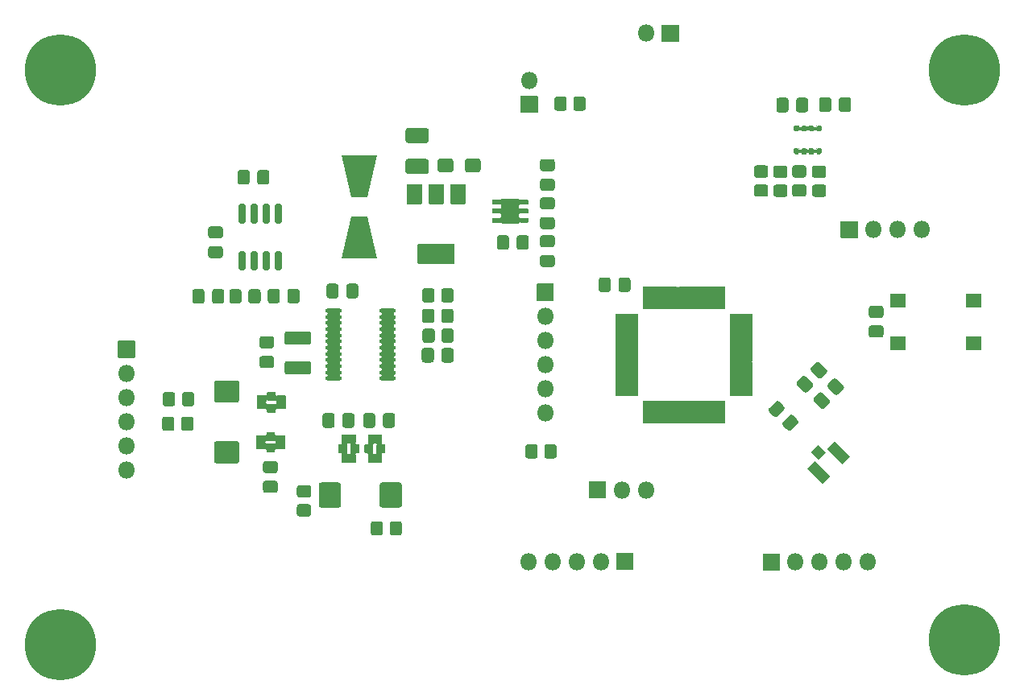
<source format=gbr>
%TF.GenerationSoftware,KiCad,Pcbnew,5.1.9+dfsg1-1*%
%TF.CreationDate,2022-01-11T16:25:16+01:00*%
%TF.ProjectId,wheather_board_v1 ,77686561-7468-4657-925f-626f6172645f,rev?*%
%TF.SameCoordinates,Original*%
%TF.FileFunction,Soldermask,Top*%
%TF.FilePolarity,Negative*%
%FSLAX46Y46*%
G04 Gerber Fmt 4.6, Leading zero omitted, Abs format (unit mm)*
G04 Created by KiCad (PCBNEW 5.1.9+dfsg1-1) date 2022-01-11 16:25:16*
%MOMM*%
%LPD*%
G01*
G04 APERTURE LIST*
%ADD10C,0.900000*%
%ADD11C,7.500000*%
%ADD12O,1.800000X1.800000*%
%ADD13C,0.100000*%
%ADD14O,1.799999X0.449999*%
G04 APERTURE END LIST*
D10*
%TO.C,*%
X190962221Y-123037779D03*
X189000000Y-122225000D03*
X187037779Y-123037779D03*
X186225000Y-125000000D03*
X187037779Y-126962221D03*
X189000000Y-127775000D03*
X190962221Y-126962221D03*
X191775000Y-125000000D03*
D11*
X189000000Y-125000000D03*
%TD*%
D10*
%TO.C,REF\u002A\u002A*%
X95962221Y-63037779D03*
X94000000Y-62225000D03*
X92037779Y-63037779D03*
X91225000Y-65000000D03*
X92037779Y-66962221D03*
X94000000Y-67775000D03*
X95962221Y-66962221D03*
X96775000Y-65000000D03*
D11*
X94000000Y-65000000D03*
%TD*%
D10*
%TO.C,REF\u002A\u002A*%
X190962221Y-63037779D03*
X189000000Y-62225000D03*
X187037779Y-63037779D03*
X186225000Y-65000000D03*
X187037779Y-66962221D03*
X189000000Y-67775000D03*
X190962221Y-66962221D03*
X191775000Y-65000000D03*
D11*
X189000000Y-65000000D03*
%TD*%
D10*
%TO.C,*%
X95962221Y-123537779D03*
X94000000Y-122725000D03*
X92037779Y-123537779D03*
X91225000Y-125500000D03*
X92037779Y-127462221D03*
X94000000Y-128275000D03*
X95962221Y-127462221D03*
X96775000Y-125500000D03*
D11*
X94000000Y-125500000D03*
%TD*%
D12*
%TO.C,J2*%
X143306800Y-66116200D03*
G36*
G01*
X144206800Y-67806200D02*
X144206800Y-69506200D01*
G75*
G02*
X144156800Y-69556200I-50000J0D01*
G01*
X142456800Y-69556200D01*
G75*
G02*
X142406800Y-69506200I0J50000D01*
G01*
X142406800Y-67806200D01*
G75*
G02*
X142456800Y-67756200I50000J0D01*
G01*
X144156800Y-67756200D01*
G75*
G02*
X144206800Y-67806200I0J-50000D01*
G01*
G37*
%TD*%
%TO.C,J1*%
G36*
G01*
X157290400Y-60288600D02*
X158990400Y-60288600D01*
G75*
G02*
X159040400Y-60338600I0J-50000D01*
G01*
X159040400Y-62038600D01*
G75*
G02*
X158990400Y-62088600I-50000J0D01*
G01*
X157290400Y-62088600D01*
G75*
G02*
X157240400Y-62038600I0J50000D01*
G01*
X157240400Y-60338600D01*
G75*
G02*
X157290400Y-60288600I50000J0D01*
G01*
G37*
X155600400Y-61188600D03*
%TD*%
%TO.C,SW1*%
G36*
G01*
X189176800Y-94456400D02*
X189176800Y-93156400D01*
G75*
G02*
X189226800Y-93106400I50000J0D01*
G01*
X190776800Y-93106400D01*
G75*
G02*
X190826800Y-93156400I0J-50000D01*
G01*
X190826800Y-94456400D01*
G75*
G02*
X190776800Y-94506400I-50000J0D01*
G01*
X189226800Y-94506400D01*
G75*
G02*
X189176800Y-94456400I0J50000D01*
G01*
G37*
G36*
G01*
X189176800Y-89956400D02*
X189176800Y-88656400D01*
G75*
G02*
X189226800Y-88606400I50000J0D01*
G01*
X190776800Y-88606400D01*
G75*
G02*
X190826800Y-88656400I0J-50000D01*
G01*
X190826800Y-89956400D01*
G75*
G02*
X190776800Y-90006400I-50000J0D01*
G01*
X189226800Y-90006400D01*
G75*
G02*
X189176800Y-89956400I0J50000D01*
G01*
G37*
G36*
G01*
X181216800Y-89956400D02*
X181216800Y-88656400D01*
G75*
G02*
X181266800Y-88606400I50000J0D01*
G01*
X182816800Y-88606400D01*
G75*
G02*
X182866800Y-88656400I0J-50000D01*
G01*
X182866800Y-89956400D01*
G75*
G02*
X182816800Y-90006400I-50000J0D01*
G01*
X181266800Y-90006400D01*
G75*
G02*
X181216800Y-89956400I0J50000D01*
G01*
G37*
G36*
G01*
X181216800Y-94456400D02*
X181216800Y-93156400D01*
G75*
G02*
X181266800Y-93106400I50000J0D01*
G01*
X182816800Y-93106400D01*
G75*
G02*
X182866800Y-93156400I0J-50000D01*
G01*
X182866800Y-94456400D01*
G75*
G02*
X182816800Y-94506400I-50000J0D01*
G01*
X181266800Y-94506400D01*
G75*
G02*
X181216800Y-94456400I0J50000D01*
G01*
G37*
%TD*%
%TO.C,C25*%
G36*
G01*
X121177600Y-110817290D02*
X121177600Y-108689510D01*
G75*
G02*
X121438710Y-108428400I261110J0D01*
G01*
X123266490Y-108428400D01*
G75*
G02*
X123527600Y-108689510I0J-261110D01*
G01*
X123527600Y-110817290D01*
G75*
G02*
X123266490Y-111078400I-261110J0D01*
G01*
X121438710Y-111078400D01*
G75*
G02*
X121177600Y-110817290I0J261110D01*
G01*
G37*
G36*
G01*
X127577600Y-110817290D02*
X127577600Y-108689510D01*
G75*
G02*
X127838710Y-108428400I261110J0D01*
G01*
X129666490Y-108428400D01*
G75*
G02*
X129927600Y-108689510I0J-261110D01*
G01*
X129927600Y-110817290D01*
G75*
G02*
X129666490Y-111078400I-261110J0D01*
G01*
X127838710Y-111078400D01*
G75*
G02*
X127577600Y-110817290I0J261110D01*
G01*
G37*
%TD*%
%TO.C,C22*%
G36*
G01*
X110442110Y-104081800D02*
X112569890Y-104081800D01*
G75*
G02*
X112831000Y-104342910I0J-261110D01*
G01*
X112831000Y-106170690D01*
G75*
G02*
X112569890Y-106431800I-261110J0D01*
G01*
X110442110Y-106431800D01*
G75*
G02*
X110181000Y-106170690I0J261110D01*
G01*
X110181000Y-104342910D01*
G75*
G02*
X110442110Y-104081800I261110J0D01*
G01*
G37*
G36*
G01*
X110442110Y-97681800D02*
X112569890Y-97681800D01*
G75*
G02*
X112831000Y-97942910I0J-261110D01*
G01*
X112831000Y-99770690D01*
G75*
G02*
X112569890Y-100031800I-261110J0D01*
G01*
X110442110Y-100031800D01*
G75*
G02*
X110181000Y-99770690I0J261110D01*
G01*
X110181000Y-97942910D01*
G75*
G02*
X110442110Y-97681800I261110J0D01*
G01*
G37*
%TD*%
%TO.C,R14*%
G36*
G01*
X146192000Y-104676832D02*
X146192000Y-105635168D01*
G75*
G02*
X145921168Y-105906000I-270832J0D01*
G01*
X145162832Y-105906000D01*
G75*
G02*
X144892000Y-105635168I0J270832D01*
G01*
X144892000Y-104676832D01*
G75*
G02*
X145162832Y-104406000I270832J0D01*
G01*
X145921168Y-104406000D01*
G75*
G02*
X146192000Y-104676832I0J-270832D01*
G01*
G37*
G36*
G01*
X144192000Y-104676832D02*
X144192000Y-105635168D01*
G75*
G02*
X143921168Y-105906000I-270832J0D01*
G01*
X143162832Y-105906000D01*
G75*
G02*
X142892000Y-105635168I0J270832D01*
G01*
X142892000Y-104676832D01*
G75*
G02*
X143162832Y-104406000I270832J0D01*
G01*
X143921168Y-104406000D01*
G75*
G02*
X144192000Y-104676832I0J-270832D01*
G01*
G37*
%TD*%
%TO.C,U4*%
G36*
G01*
X140373900Y-81127600D02*
X140373900Y-78638400D01*
G75*
G02*
X140423900Y-78588400I50000J0D01*
G01*
X142176500Y-78588400D01*
G75*
G02*
X142226500Y-78638400I0J-50000D01*
G01*
X142226500Y-81127600D01*
G75*
G02*
X142176500Y-81177600I-50000J0D01*
G01*
X140423900Y-81177600D01*
G75*
G02*
X140373900Y-81127600I0J50000D01*
G01*
G37*
G36*
G01*
X143149599Y-79186599D02*
X142341601Y-79186599D01*
G75*
G02*
X142291601Y-79136599I0J50000D01*
G01*
X142291601Y-78729399D01*
G75*
G02*
X142341601Y-78679399I50000J0D01*
G01*
X143149599Y-78679399D01*
G75*
G02*
X143199599Y-78729399I0J-50000D01*
G01*
X143199599Y-79136599D01*
G75*
G02*
X143149599Y-79186599I-50000J0D01*
G01*
G37*
G36*
G01*
X143149599Y-80136600D02*
X142341601Y-80136600D01*
G75*
G02*
X142291601Y-80086600I0J50000D01*
G01*
X142291601Y-79679400D01*
G75*
G02*
X142341601Y-79629400I50000J0D01*
G01*
X143149599Y-79629400D01*
G75*
G02*
X143199599Y-79679400I0J-50000D01*
G01*
X143199599Y-80086600D01*
G75*
G02*
X143149599Y-80136600I-50000J0D01*
G01*
G37*
G36*
G01*
X143149599Y-81086601D02*
X142341601Y-81086601D01*
G75*
G02*
X142291601Y-81036601I0J50000D01*
G01*
X142291601Y-80629401D01*
G75*
G02*
X142341601Y-80579401I50000J0D01*
G01*
X143149599Y-80579401D01*
G75*
G02*
X143199599Y-80629401I0J-50000D01*
G01*
X143199599Y-81036601D01*
G75*
G02*
X143149599Y-81086601I-50000J0D01*
G01*
G37*
G36*
G01*
X140258799Y-81086601D02*
X139450801Y-81086601D01*
G75*
G02*
X139400801Y-81036601I0J50000D01*
G01*
X139400801Y-80629401D01*
G75*
G02*
X139450801Y-80579401I50000J0D01*
G01*
X140258799Y-80579401D01*
G75*
G02*
X140308799Y-80629401I0J-50000D01*
G01*
X140308799Y-81036601D01*
G75*
G02*
X140258799Y-81086601I-50000J0D01*
G01*
G37*
G36*
G01*
X140258799Y-80136600D02*
X139450801Y-80136600D01*
G75*
G02*
X139400801Y-80086600I0J50000D01*
G01*
X139400801Y-79679400D01*
G75*
G02*
X139450801Y-79629400I50000J0D01*
G01*
X140258799Y-79629400D01*
G75*
G02*
X140308799Y-79679400I0J-50000D01*
G01*
X140308799Y-80086600D01*
G75*
G02*
X140258799Y-80136600I-50000J0D01*
G01*
G37*
G36*
G01*
X140258799Y-79186599D02*
X139450801Y-79186599D01*
G75*
G02*
X139400801Y-79136599I0J50000D01*
G01*
X139400801Y-78729399D01*
G75*
G02*
X139450801Y-78679399I50000J0D01*
G01*
X140258799Y-78679399D01*
G75*
G02*
X140308799Y-78729399I0J-50000D01*
G01*
X140308799Y-79136599D01*
G75*
G02*
X140258799Y-79186599I-50000J0D01*
G01*
G37*
%TD*%
%TO.C,U5*%
G36*
G01*
X116766600Y-79126200D02*
X117116600Y-79126200D01*
G75*
G02*
X117291600Y-79301200I0J-175000D01*
G01*
X117291600Y-81001200D01*
G75*
G02*
X117116600Y-81176200I-175000J0D01*
G01*
X116766600Y-81176200D01*
G75*
G02*
X116591600Y-81001200I0J175000D01*
G01*
X116591600Y-79301200D01*
G75*
G02*
X116766600Y-79126200I175000J0D01*
G01*
G37*
G36*
G01*
X115496600Y-79126200D02*
X115846600Y-79126200D01*
G75*
G02*
X116021600Y-79301200I0J-175000D01*
G01*
X116021600Y-81001200D01*
G75*
G02*
X115846600Y-81176200I-175000J0D01*
G01*
X115496600Y-81176200D01*
G75*
G02*
X115321600Y-81001200I0J175000D01*
G01*
X115321600Y-79301200D01*
G75*
G02*
X115496600Y-79126200I175000J0D01*
G01*
G37*
G36*
G01*
X114226600Y-79126200D02*
X114576600Y-79126200D01*
G75*
G02*
X114751600Y-79301200I0J-175000D01*
G01*
X114751600Y-81001200D01*
G75*
G02*
X114576600Y-81176200I-175000J0D01*
G01*
X114226600Y-81176200D01*
G75*
G02*
X114051600Y-81001200I0J175000D01*
G01*
X114051600Y-79301200D01*
G75*
G02*
X114226600Y-79126200I175000J0D01*
G01*
G37*
G36*
G01*
X112956600Y-79126200D02*
X113306600Y-79126200D01*
G75*
G02*
X113481600Y-79301200I0J-175000D01*
G01*
X113481600Y-81001200D01*
G75*
G02*
X113306600Y-81176200I-175000J0D01*
G01*
X112956600Y-81176200D01*
G75*
G02*
X112781600Y-81001200I0J175000D01*
G01*
X112781600Y-79301200D01*
G75*
G02*
X112956600Y-79126200I175000J0D01*
G01*
G37*
G36*
G01*
X112956600Y-84076200D02*
X113306600Y-84076200D01*
G75*
G02*
X113481600Y-84251200I0J-175000D01*
G01*
X113481600Y-85951200D01*
G75*
G02*
X113306600Y-86126200I-175000J0D01*
G01*
X112956600Y-86126200D01*
G75*
G02*
X112781600Y-85951200I0J175000D01*
G01*
X112781600Y-84251200D01*
G75*
G02*
X112956600Y-84076200I175000J0D01*
G01*
G37*
G36*
G01*
X114226600Y-84076200D02*
X114576600Y-84076200D01*
G75*
G02*
X114751600Y-84251200I0J-175000D01*
G01*
X114751600Y-85951200D01*
G75*
G02*
X114576600Y-86126200I-175000J0D01*
G01*
X114226600Y-86126200D01*
G75*
G02*
X114051600Y-85951200I0J175000D01*
G01*
X114051600Y-84251200D01*
G75*
G02*
X114226600Y-84076200I175000J0D01*
G01*
G37*
G36*
G01*
X115496600Y-84076200D02*
X115846600Y-84076200D01*
G75*
G02*
X116021600Y-84251200I0J-175000D01*
G01*
X116021600Y-85951200D01*
G75*
G02*
X115846600Y-86126200I-175000J0D01*
G01*
X115496600Y-86126200D01*
G75*
G02*
X115321600Y-85951200I0J175000D01*
G01*
X115321600Y-84251200D01*
G75*
G02*
X115496600Y-84076200I175000J0D01*
G01*
G37*
G36*
G01*
X116766600Y-84076200D02*
X117116600Y-84076200D01*
G75*
G02*
X117291600Y-84251200I0J-175000D01*
G01*
X117291600Y-85951200D01*
G75*
G02*
X117116600Y-86126200I-175000J0D01*
G01*
X116766600Y-86126200D01*
G75*
G02*
X116591600Y-85951200I0J175000D01*
G01*
X116591600Y-84251200D01*
G75*
G02*
X116766600Y-84076200I175000J0D01*
G01*
G37*
%TD*%
%TO.C,U2*%
G36*
G01*
X174067600Y-73415000D02*
X174067600Y-73740000D01*
G75*
G02*
X173917600Y-73890000I-150000J0D01*
G01*
X173617600Y-73890000D01*
G75*
G02*
X173467600Y-73740000I0J150000D01*
G01*
X173467600Y-73415000D01*
G75*
G02*
X173617600Y-73265000I150000J0D01*
G01*
X173917600Y-73265000D01*
G75*
G02*
X174067600Y-73415000I0J-150000D01*
G01*
G37*
G36*
G01*
X173267600Y-73415000D02*
X173267600Y-73740000D01*
G75*
G02*
X173117600Y-73890000I-150000J0D01*
G01*
X172817600Y-73890000D01*
G75*
G02*
X172667600Y-73740000I0J150000D01*
G01*
X172667600Y-73415000D01*
G75*
G02*
X172817600Y-73265000I150000J0D01*
G01*
X173117600Y-73265000D01*
G75*
G02*
X173267600Y-73415000I0J-150000D01*
G01*
G37*
G36*
G01*
X172467600Y-73415000D02*
X172467600Y-73740000D01*
G75*
G02*
X172317600Y-73890000I-150000J0D01*
G01*
X172017600Y-73890000D01*
G75*
G02*
X171867600Y-73740000I0J150000D01*
G01*
X171867600Y-73415000D01*
G75*
G02*
X172017600Y-73265000I150000J0D01*
G01*
X172317600Y-73265000D01*
G75*
G02*
X172467600Y-73415000I0J-150000D01*
G01*
G37*
G36*
G01*
X171667600Y-73415000D02*
X171667600Y-73740000D01*
G75*
G02*
X171517600Y-73890000I-150000J0D01*
G01*
X171217600Y-73890000D01*
G75*
G02*
X171067600Y-73740000I0J150000D01*
G01*
X171067600Y-73415000D01*
G75*
G02*
X171217600Y-73265000I150000J0D01*
G01*
X171517600Y-73265000D01*
G75*
G02*
X171667600Y-73415000I0J-150000D01*
G01*
G37*
G36*
G01*
X171667600Y-71040000D02*
X171667600Y-71365000D01*
G75*
G02*
X171517600Y-71515000I-150000J0D01*
G01*
X171217600Y-71515000D01*
G75*
G02*
X171067600Y-71365000I0J150000D01*
G01*
X171067600Y-71040000D01*
G75*
G02*
X171217600Y-70890000I150000J0D01*
G01*
X171517600Y-70890000D01*
G75*
G02*
X171667600Y-71040000I0J-150000D01*
G01*
G37*
G36*
G01*
X172467600Y-71040000D02*
X172467600Y-71365000D01*
G75*
G02*
X172317600Y-71515000I-150000J0D01*
G01*
X172017600Y-71515000D01*
G75*
G02*
X171867600Y-71365000I0J150000D01*
G01*
X171867600Y-71040000D01*
G75*
G02*
X172017600Y-70890000I150000J0D01*
G01*
X172317600Y-70890000D01*
G75*
G02*
X172467600Y-71040000I0J-150000D01*
G01*
G37*
G36*
G01*
X173267600Y-71040000D02*
X173267600Y-71365000D01*
G75*
G02*
X173117600Y-71515000I-150000J0D01*
G01*
X172817600Y-71515000D01*
G75*
G02*
X172667600Y-71365000I0J150000D01*
G01*
X172667600Y-71040000D01*
G75*
G02*
X172817600Y-70890000I150000J0D01*
G01*
X173117600Y-70890000D01*
G75*
G02*
X173267600Y-71040000I0J-150000D01*
G01*
G37*
G36*
G01*
X174067600Y-71040000D02*
X174067600Y-71365000D01*
G75*
G02*
X173917600Y-71515000I-150000J0D01*
G01*
X173617600Y-71515000D01*
G75*
G02*
X173467600Y-71365000I0J150000D01*
G01*
X173467600Y-71040000D01*
G75*
G02*
X173617600Y-70890000I150000J0D01*
G01*
X173917600Y-70890000D01*
G75*
G02*
X174067600Y-71040000I0J-150000D01*
G01*
G37*
%TD*%
%TO.C,U1*%
G36*
G01*
X131627400Y-83340600D02*
X135427400Y-83340600D01*
G75*
G02*
X135477400Y-83390600I0J-50000D01*
G01*
X135477400Y-85390600D01*
G75*
G02*
X135427400Y-85440600I-50000J0D01*
G01*
X131627400Y-85440600D01*
G75*
G02*
X131577400Y-85390600I0J50000D01*
G01*
X131577400Y-83390600D01*
G75*
G02*
X131627400Y-83340600I50000J0D01*
G01*
G37*
G36*
G01*
X132777400Y-77040600D02*
X134277400Y-77040600D01*
G75*
G02*
X134327400Y-77090600I0J-50000D01*
G01*
X134327400Y-79090600D01*
G75*
G02*
X134277400Y-79140600I-50000J0D01*
G01*
X132777400Y-79140600D01*
G75*
G02*
X132727400Y-79090600I0J50000D01*
G01*
X132727400Y-77090600D01*
G75*
G02*
X132777400Y-77040600I50000J0D01*
G01*
G37*
G36*
G01*
X130477400Y-77040600D02*
X131977400Y-77040600D01*
G75*
G02*
X132027400Y-77090600I0J-50000D01*
G01*
X132027400Y-79090600D01*
G75*
G02*
X131977400Y-79140600I-50000J0D01*
G01*
X130477400Y-79140600D01*
G75*
G02*
X130427400Y-79090600I0J50000D01*
G01*
X130427400Y-77090600D01*
G75*
G02*
X130477400Y-77040600I50000J0D01*
G01*
G37*
G36*
G01*
X135077400Y-77040600D02*
X136577400Y-77040600D01*
G75*
G02*
X136627400Y-77090600I0J-50000D01*
G01*
X136627400Y-79090600D01*
G75*
G02*
X136577400Y-79140600I-50000J0D01*
G01*
X135077400Y-79140600D01*
G75*
G02*
X135027400Y-79090600I0J50000D01*
G01*
X135027400Y-77090600D01*
G75*
G02*
X135077400Y-77040600I50000J0D01*
G01*
G37*
%TD*%
%TO.C,R13*%
G36*
G01*
X147240000Y-68100832D02*
X147240000Y-69059168D01*
G75*
G02*
X146969168Y-69330000I-270832J0D01*
G01*
X146210832Y-69330000D01*
G75*
G02*
X145940000Y-69059168I0J270832D01*
G01*
X145940000Y-68100832D01*
G75*
G02*
X146210832Y-67830000I270832J0D01*
G01*
X146969168Y-67830000D01*
G75*
G02*
X147240000Y-68100832I0J-270832D01*
G01*
G37*
G36*
G01*
X149240000Y-68100832D02*
X149240000Y-69059168D01*
G75*
G02*
X148969168Y-69330000I-270832J0D01*
G01*
X148210832Y-69330000D01*
G75*
G02*
X147940000Y-69059168I0J270832D01*
G01*
X147940000Y-68100832D01*
G75*
G02*
X148210832Y-67830000I270832J0D01*
G01*
X148969168Y-67830000D01*
G75*
G02*
X149240000Y-68100832I0J-270832D01*
G01*
G37*
%TD*%
%TO.C,R12*%
G36*
G01*
X126636000Y-113737768D02*
X126636000Y-112779432D01*
G75*
G02*
X126906832Y-112508600I270832J0D01*
G01*
X127665168Y-112508600D01*
G75*
G02*
X127936000Y-112779432I0J-270832D01*
G01*
X127936000Y-113737768D01*
G75*
G02*
X127665168Y-114008600I-270832J0D01*
G01*
X126906832Y-114008600D01*
G75*
G02*
X126636000Y-113737768I0J270832D01*
G01*
G37*
G36*
G01*
X128636000Y-113737768D02*
X128636000Y-112779432D01*
G75*
G02*
X128906832Y-112508600I270832J0D01*
G01*
X129665168Y-112508600D01*
G75*
G02*
X129936000Y-112779432I0J-270832D01*
G01*
X129936000Y-113737768D01*
G75*
G02*
X129665168Y-114008600I-270832J0D01*
G01*
X128906832Y-114008600D01*
G75*
G02*
X128636000Y-113737768I0J270832D01*
G01*
G37*
%TD*%
%TO.C,R11*%
G36*
G01*
X120113168Y-112013000D02*
X119154832Y-112013000D01*
G75*
G02*
X118884000Y-111742168I0J270832D01*
G01*
X118884000Y-110983832D01*
G75*
G02*
X119154832Y-110713000I270832J0D01*
G01*
X120113168Y-110713000D01*
G75*
G02*
X120384000Y-110983832I0J-270832D01*
G01*
X120384000Y-111742168D01*
G75*
G02*
X120113168Y-112013000I-270832J0D01*
G01*
G37*
G36*
G01*
X120113168Y-110013000D02*
X119154832Y-110013000D01*
G75*
G02*
X118884000Y-109742168I0J270832D01*
G01*
X118884000Y-108983832D01*
G75*
G02*
X119154832Y-108713000I270832J0D01*
G01*
X120113168Y-108713000D01*
G75*
G02*
X120384000Y-108983832I0J-270832D01*
G01*
X120384000Y-109742168D01*
G75*
G02*
X120113168Y-110013000I-270832J0D01*
G01*
G37*
%TD*%
%TO.C,R10*%
G36*
G01*
X104715800Y-102739568D02*
X104715800Y-101781232D01*
G75*
G02*
X104986632Y-101510400I270832J0D01*
G01*
X105744968Y-101510400D01*
G75*
G02*
X106015800Y-101781232I0J-270832D01*
G01*
X106015800Y-102739568D01*
G75*
G02*
X105744968Y-103010400I-270832J0D01*
G01*
X104986632Y-103010400D01*
G75*
G02*
X104715800Y-102739568I0J270832D01*
G01*
G37*
G36*
G01*
X106715800Y-102739568D02*
X106715800Y-101781232D01*
G75*
G02*
X106986632Y-101510400I270832J0D01*
G01*
X107744968Y-101510400D01*
G75*
G02*
X108015800Y-101781232I0J-270832D01*
G01*
X108015800Y-102739568D01*
G75*
G02*
X107744968Y-103010400I-270832J0D01*
G01*
X106986632Y-103010400D01*
G75*
G02*
X106715800Y-102739568I0J270832D01*
G01*
G37*
%TD*%
%TO.C,R9*%
G36*
G01*
X106801400Y-100148768D02*
X106801400Y-99190432D01*
G75*
G02*
X107072232Y-98919600I270832J0D01*
G01*
X107830568Y-98919600D01*
G75*
G02*
X108101400Y-99190432I0J-270832D01*
G01*
X108101400Y-100148768D01*
G75*
G02*
X107830568Y-100419600I-270832J0D01*
G01*
X107072232Y-100419600D01*
G75*
G02*
X106801400Y-100148768I0J270832D01*
G01*
G37*
G36*
G01*
X104801400Y-100148768D02*
X104801400Y-99190432D01*
G75*
G02*
X105072232Y-98919600I270832J0D01*
G01*
X105830568Y-98919600D01*
G75*
G02*
X106101400Y-99190432I0J-270832D01*
G01*
X106101400Y-100148768D01*
G75*
G02*
X105830568Y-100419600I-270832J0D01*
G01*
X105072232Y-100419600D01*
G75*
G02*
X104801400Y-100148768I0J270832D01*
G01*
G37*
%TD*%
%TO.C,R8*%
G36*
G01*
X111777000Y-89328368D02*
X111777000Y-88370032D01*
G75*
G02*
X112047832Y-88099200I270832J0D01*
G01*
X112806168Y-88099200D01*
G75*
G02*
X113077000Y-88370032I0J-270832D01*
G01*
X113077000Y-89328368D01*
G75*
G02*
X112806168Y-89599200I-270832J0D01*
G01*
X112047832Y-89599200D01*
G75*
G02*
X111777000Y-89328368I0J270832D01*
G01*
G37*
G36*
G01*
X113777000Y-89328368D02*
X113777000Y-88370032D01*
G75*
G02*
X114047832Y-88099200I270832J0D01*
G01*
X114806168Y-88099200D01*
G75*
G02*
X115077000Y-88370032I0J-270832D01*
G01*
X115077000Y-89328368D01*
G75*
G02*
X114806168Y-89599200I-270832J0D01*
G01*
X114047832Y-89599200D01*
G75*
G02*
X113777000Y-89328368I0J270832D01*
G01*
G37*
%TD*%
%TO.C,R7*%
G36*
G01*
X135371600Y-92510232D02*
X135371600Y-93468568D01*
G75*
G02*
X135100768Y-93739400I-270832J0D01*
G01*
X134342432Y-93739400D01*
G75*
G02*
X134071600Y-93468568I0J270832D01*
G01*
X134071600Y-92510232D01*
G75*
G02*
X134342432Y-92239400I270832J0D01*
G01*
X135100768Y-92239400D01*
G75*
G02*
X135371600Y-92510232I0J-270832D01*
G01*
G37*
G36*
G01*
X133371600Y-92510232D02*
X133371600Y-93468568D01*
G75*
G02*
X133100768Y-93739400I-270832J0D01*
G01*
X132342432Y-93739400D01*
G75*
G02*
X132071600Y-93468568I0J270832D01*
G01*
X132071600Y-92510232D01*
G75*
G02*
X132342432Y-92239400I270832J0D01*
G01*
X133100768Y-92239400D01*
G75*
G02*
X133371600Y-92510232I0J-270832D01*
G01*
G37*
%TD*%
%TO.C,R6*%
G36*
G01*
X133346200Y-90427432D02*
X133346200Y-91385768D01*
G75*
G02*
X133075368Y-91656600I-270832J0D01*
G01*
X132317032Y-91656600D01*
G75*
G02*
X132046200Y-91385768I0J270832D01*
G01*
X132046200Y-90427432D01*
G75*
G02*
X132317032Y-90156600I270832J0D01*
G01*
X133075368Y-90156600D01*
G75*
G02*
X133346200Y-90427432I0J-270832D01*
G01*
G37*
G36*
G01*
X135346200Y-90427432D02*
X135346200Y-91385768D01*
G75*
G02*
X135075368Y-91656600I-270832J0D01*
G01*
X134317032Y-91656600D01*
G75*
G02*
X134046200Y-91385768I0J270832D01*
G01*
X134046200Y-90427432D01*
G75*
G02*
X134317032Y-90156600I270832J0D01*
G01*
X135075368Y-90156600D01*
G75*
G02*
X135346200Y-90427432I0J-270832D01*
G01*
G37*
%TD*%
%TO.C,R5*%
G36*
G01*
X135346200Y-88268432D02*
X135346200Y-89226768D01*
G75*
G02*
X135075368Y-89497600I-270832J0D01*
G01*
X134317032Y-89497600D01*
G75*
G02*
X134046200Y-89226768I0J270832D01*
G01*
X134046200Y-88268432D01*
G75*
G02*
X134317032Y-87997600I270832J0D01*
G01*
X135075368Y-87997600D01*
G75*
G02*
X135346200Y-88268432I0J-270832D01*
G01*
G37*
G36*
G01*
X133346200Y-88268432D02*
X133346200Y-89226768D01*
G75*
G02*
X133075368Y-89497600I-270832J0D01*
G01*
X132317032Y-89497600D01*
G75*
G02*
X132046200Y-89226768I0J270832D01*
G01*
X132046200Y-88268432D01*
G75*
G02*
X132317032Y-87997600I270832J0D01*
G01*
X133075368Y-87997600D01*
G75*
G02*
X133346200Y-88268432I0J-270832D01*
G01*
G37*
%TD*%
%TO.C,R4*%
G36*
G01*
X174240568Y-78392800D02*
X173282232Y-78392800D01*
G75*
G02*
X173011400Y-78121968I0J270832D01*
G01*
X173011400Y-77363632D01*
G75*
G02*
X173282232Y-77092800I270832J0D01*
G01*
X174240568Y-77092800D01*
G75*
G02*
X174511400Y-77363632I0J-270832D01*
G01*
X174511400Y-78121968D01*
G75*
G02*
X174240568Y-78392800I-270832J0D01*
G01*
G37*
G36*
G01*
X174240568Y-76392800D02*
X173282232Y-76392800D01*
G75*
G02*
X173011400Y-76121968I0J270832D01*
G01*
X173011400Y-75363632D01*
G75*
G02*
X173282232Y-75092800I270832J0D01*
G01*
X174240568Y-75092800D01*
G75*
G02*
X174511400Y-75363632I0J-270832D01*
G01*
X174511400Y-76121968D01*
G75*
G02*
X174240568Y-76392800I-270832J0D01*
G01*
G37*
%TD*%
%TO.C,R3*%
G36*
G01*
X172157768Y-76367400D02*
X171199432Y-76367400D01*
G75*
G02*
X170928600Y-76096568I0J270832D01*
G01*
X170928600Y-75338232D01*
G75*
G02*
X171199432Y-75067400I270832J0D01*
G01*
X172157768Y-75067400D01*
G75*
G02*
X172428600Y-75338232I0J-270832D01*
G01*
X172428600Y-76096568D01*
G75*
G02*
X172157768Y-76367400I-270832J0D01*
G01*
G37*
G36*
G01*
X172157768Y-78367400D02*
X171199432Y-78367400D01*
G75*
G02*
X170928600Y-78096568I0J270832D01*
G01*
X170928600Y-77338232D01*
G75*
G02*
X171199432Y-77067400I270832J0D01*
G01*
X172157768Y-77067400D01*
G75*
G02*
X172428600Y-77338232I0J-270832D01*
G01*
X172428600Y-78096568D01*
G75*
G02*
X172157768Y-78367400I-270832J0D01*
G01*
G37*
%TD*%
%TO.C,R2*%
G36*
G01*
X170176568Y-76392800D02*
X169218232Y-76392800D01*
G75*
G02*
X168947400Y-76121968I0J270832D01*
G01*
X168947400Y-75363632D01*
G75*
G02*
X169218232Y-75092800I270832J0D01*
G01*
X170176568Y-75092800D01*
G75*
G02*
X170447400Y-75363632I0J-270832D01*
G01*
X170447400Y-76121968D01*
G75*
G02*
X170176568Y-76392800I-270832J0D01*
G01*
G37*
G36*
G01*
X170176568Y-78392800D02*
X169218232Y-78392800D01*
G75*
G02*
X168947400Y-78121968I0J270832D01*
G01*
X168947400Y-77363632D01*
G75*
G02*
X169218232Y-77092800I270832J0D01*
G01*
X170176568Y-77092800D01*
G75*
G02*
X170447400Y-77363632I0J-270832D01*
G01*
X170447400Y-78121968D01*
G75*
G02*
X170176568Y-78392800I-270832J0D01*
G01*
G37*
%TD*%
%TO.C,R1*%
G36*
G01*
X168144568Y-76374000D02*
X167186232Y-76374000D01*
G75*
G02*
X166915400Y-76103168I0J270832D01*
G01*
X166915400Y-75344832D01*
G75*
G02*
X167186232Y-75074000I270832J0D01*
G01*
X168144568Y-75074000D01*
G75*
G02*
X168415400Y-75344832I0J-270832D01*
G01*
X168415400Y-76103168D01*
G75*
G02*
X168144568Y-76374000I-270832J0D01*
G01*
G37*
G36*
G01*
X168144568Y-78374000D02*
X167186232Y-78374000D01*
G75*
G02*
X166915400Y-78103168I0J270832D01*
G01*
X166915400Y-77344832D01*
G75*
G02*
X167186232Y-77074000I270832J0D01*
G01*
X168144568Y-77074000D01*
G75*
G02*
X168415400Y-77344832I0J-270832D01*
G01*
X168415400Y-78103168D01*
G75*
G02*
X168144568Y-78374000I-270832J0D01*
G01*
G37*
%TD*%
%TO.C,L1*%
G36*
G01*
X168509108Y-100605472D02*
X169185472Y-99929108D01*
G75*
G02*
X169569768Y-99929108I192148J-192148D01*
G01*
X170069356Y-100428696D01*
G75*
G02*
X170069356Y-100812992I-192148J-192148D01*
G01*
X169392992Y-101489356D01*
G75*
G02*
X169008696Y-101489356I-192148J192148D01*
G01*
X168509108Y-100989768D01*
G75*
G02*
X168509108Y-100605472I192148J192148D01*
G01*
G37*
G36*
G01*
X169958676Y-102055040D02*
X170635040Y-101378676D01*
G75*
G02*
X171019336Y-101378676I192148J-192148D01*
G01*
X171518924Y-101878264D01*
G75*
G02*
X171518924Y-102262560I-192148J-192148D01*
G01*
X170842560Y-102938924D01*
G75*
G02*
X170458264Y-102938924I-192148J192148D01*
G01*
X169958676Y-102439336D01*
G75*
G02*
X169958676Y-102055040I192148J192148D01*
G01*
G37*
%TD*%
%TO.C,J9*%
G36*
G01*
X172548431Y-106956517D02*
X173290894Y-106214054D01*
G75*
G02*
X173361604Y-106214054I35355J-35355D01*
G01*
X174917239Y-107769689D01*
G75*
G02*
X174917239Y-107840399I-35355J-35355D01*
G01*
X174174776Y-108582862D01*
G75*
G02*
X174104066Y-108582862I-35355J35355D01*
G01*
X172548431Y-107027227D01*
G75*
G02*
X172548431Y-106956517I35355J35355D01*
G01*
G37*
G36*
G01*
X172937341Y-105224105D02*
X173644447Y-104516999D01*
G75*
G02*
X173715157Y-104516999I35355J-35355D01*
G01*
X174457619Y-105259461D01*
G75*
G02*
X174457619Y-105330171I-35355J-35355D01*
G01*
X173750513Y-106037277D01*
G75*
G02*
X173679803Y-106037277I-35355J35355D01*
G01*
X172937341Y-105294815D01*
G75*
G02*
X172937341Y-105224105I35355J35355D01*
G01*
G37*
G36*
G01*
X174634396Y-104870552D02*
X175376859Y-104128089D01*
G75*
G02*
X175447569Y-104128089I35355J-35355D01*
G01*
X177003204Y-105683724D01*
G75*
G02*
X177003204Y-105754434I-35355J-35355D01*
G01*
X176260741Y-106496897D01*
G75*
G02*
X176190031Y-106496897I-35355J35355D01*
G01*
X174634396Y-104941262D01*
G75*
G02*
X174634396Y-104870552I35355J35355D01*
G01*
G37*
%TD*%
%TO.C,J8*%
G36*
G01*
X177786400Y-82738800D02*
X176086400Y-82738800D01*
G75*
G02*
X176036400Y-82688800I0J50000D01*
G01*
X176036400Y-80988800D01*
G75*
G02*
X176086400Y-80938800I50000J0D01*
G01*
X177786400Y-80938800D01*
G75*
G02*
X177836400Y-80988800I0J-50000D01*
G01*
X177836400Y-82688800D01*
G75*
G02*
X177786400Y-82738800I-50000J0D01*
G01*
G37*
X179476400Y-81838800D03*
X182016400Y-81838800D03*
X184556400Y-81838800D03*
%TD*%
%TO.C,J7*%
X100990400Y-107111800D03*
X100990400Y-104571800D03*
X100990400Y-102031800D03*
X100990400Y-99491800D03*
X100990400Y-96951800D03*
G36*
G01*
X100090400Y-95261800D02*
X100090400Y-93561800D01*
G75*
G02*
X100140400Y-93511800I50000J0D01*
G01*
X101840400Y-93511800D01*
G75*
G02*
X101890400Y-93561800I0J-50000D01*
G01*
X101890400Y-95261800D01*
G75*
G02*
X101840400Y-95311800I-50000J0D01*
G01*
X100140400Y-95311800D01*
G75*
G02*
X100090400Y-95261800I0J50000D01*
G01*
G37*
%TD*%
%TO.C,J6*%
G36*
G01*
X169580000Y-117710000D02*
X167880000Y-117710000D01*
G75*
G02*
X167830000Y-117660000I0J50000D01*
G01*
X167830000Y-115960000D01*
G75*
G02*
X167880000Y-115910000I50000J0D01*
G01*
X169580000Y-115910000D01*
G75*
G02*
X169630000Y-115960000I0J-50000D01*
G01*
X169630000Y-117660000D01*
G75*
G02*
X169580000Y-117710000I-50000J0D01*
G01*
G37*
X171270000Y-116810000D03*
X173810000Y-116810000D03*
X176350000Y-116810000D03*
X178890000Y-116810000D03*
%TD*%
D13*
%TO.C,D1*%
G36*
X127338962Y-84850800D02*
G01*
X123613038Y-84850800D01*
X124636294Y-80450800D01*
X126315706Y-80450800D01*
X127338962Y-84850800D01*
G37*
G36*
X123613038Y-74050800D02*
G01*
X127338962Y-74050800D01*
X126315706Y-78450800D01*
X124636294Y-78450800D01*
X123613038Y-74050800D01*
G37*
%TD*%
%TO.C,C29*%
G36*
G01*
X173946206Y-100628967D02*
X173233833Y-99916594D01*
G75*
G02*
X173233833Y-99532952I191821J191821D01*
G01*
X173751752Y-99015033D01*
G75*
G02*
X174135394Y-99015033I191821J-191821D01*
G01*
X174847767Y-99727406D01*
G75*
G02*
X174847767Y-100111048I-191821J-191821D01*
G01*
X174329848Y-100628967D01*
G75*
G02*
X173946206Y-100628967I-191821J191821D01*
G01*
G37*
G36*
G01*
X175413452Y-99161721D02*
X174701079Y-98449348D01*
G75*
G02*
X174701079Y-98065706I191821J191821D01*
G01*
X175218998Y-97547787D01*
G75*
G02*
X175602640Y-97547787I191821J-191821D01*
G01*
X176315013Y-98260160D01*
G75*
G02*
X176315013Y-98643802I-191821J-191821D01*
G01*
X175797094Y-99161721D01*
G75*
G02*
X175413452Y-99161721I-191821J191821D01*
G01*
G37*
%TD*%
%TO.C,C28*%
G36*
G01*
X179252076Y-91916200D02*
X180259524Y-91916200D01*
G75*
G02*
X180530800Y-92187476I0J-271276D01*
G01*
X180530800Y-92919924D01*
G75*
G02*
X180259524Y-93191200I-271276J0D01*
G01*
X179252076Y-93191200D01*
G75*
G02*
X178980800Y-92919924I0J271276D01*
G01*
X178980800Y-92187476D01*
G75*
G02*
X179252076Y-91916200I271276J0D01*
G01*
G37*
G36*
G01*
X179252076Y-89841200D02*
X180259524Y-89841200D01*
G75*
G02*
X180530800Y-90112476I0J-271276D01*
G01*
X180530800Y-90844924D01*
G75*
G02*
X180259524Y-91116200I-271276J0D01*
G01*
X179252076Y-91116200D01*
G75*
G02*
X178980800Y-90844924I0J271276D01*
G01*
X178980800Y-90112476D01*
G75*
G02*
X179252076Y-89841200I271276J0D01*
G01*
G37*
%TD*%
%TO.C,C27*%
G36*
G01*
X172174160Y-98895813D02*
X171461787Y-98183440D01*
G75*
G02*
X171461787Y-97799798I191821J191821D01*
G01*
X171979706Y-97281879D01*
G75*
G02*
X172363348Y-97281879I191821J-191821D01*
G01*
X173075721Y-97994252D01*
G75*
G02*
X173075721Y-98377894I-191821J-191821D01*
G01*
X172557802Y-98895813D01*
G75*
G02*
X172174160Y-98895813I-191821J191821D01*
G01*
G37*
G36*
G01*
X173641406Y-97428567D02*
X172929033Y-96716194D01*
G75*
G02*
X172929033Y-96332552I191821J191821D01*
G01*
X173446952Y-95814633D01*
G75*
G02*
X173830594Y-95814633I191821J-191821D01*
G01*
X174542967Y-96527006D01*
G75*
G02*
X174542967Y-96910648I-191821J-191821D01*
G01*
X174025048Y-97428567D01*
G75*
G02*
X173641406Y-97428567I-191821J191821D01*
G01*
G37*
%TD*%
%TO.C,C26*%
G36*
G01*
X153944100Y-87126276D02*
X153944100Y-88133724D01*
G75*
G02*
X153672824Y-88405000I-271276J0D01*
G01*
X152940376Y-88405000D01*
G75*
G02*
X152669100Y-88133724I0J271276D01*
G01*
X152669100Y-87126276D01*
G75*
G02*
X152940376Y-86855000I271276J0D01*
G01*
X153672824Y-86855000D01*
G75*
G02*
X153944100Y-87126276I0J-271276D01*
G01*
G37*
G36*
G01*
X151869100Y-87126276D02*
X151869100Y-88133724D01*
G75*
G02*
X151597824Y-88405000I-271276J0D01*
G01*
X150865376Y-88405000D01*
G75*
G02*
X150594100Y-88133724I0J271276D01*
G01*
X150594100Y-87126276D01*
G75*
G02*
X150865376Y-86855000I271276J0D01*
G01*
X151597824Y-86855000D01*
G75*
G02*
X151869100Y-87126276I0J-271276D01*
G01*
G37*
%TD*%
%TO.C,C24*%
G36*
G01*
X115821500Y-89327524D02*
X115821500Y-88320076D01*
G75*
G02*
X116092776Y-88048800I271276J0D01*
G01*
X116825224Y-88048800D01*
G75*
G02*
X117096500Y-88320076I0J-271276D01*
G01*
X117096500Y-89327524D01*
G75*
G02*
X116825224Y-89598800I-271276J0D01*
G01*
X116092776Y-89598800D01*
G75*
G02*
X115821500Y-89327524I0J271276D01*
G01*
G37*
G36*
G01*
X117896500Y-89327524D02*
X117896500Y-88320076D01*
G75*
G02*
X118167776Y-88048800I271276J0D01*
G01*
X118900224Y-88048800D01*
G75*
G02*
X119171500Y-88320076I0J-271276D01*
G01*
X119171500Y-89327524D01*
G75*
G02*
X118900224Y-89598800I-271276J0D01*
G01*
X118167776Y-89598800D01*
G75*
G02*
X117896500Y-89327524I0J271276D01*
G01*
G37*
%TD*%
%TO.C,C23*%
G36*
G01*
X109175600Y-88345476D02*
X109175600Y-89352924D01*
G75*
G02*
X108904324Y-89624200I-271276J0D01*
G01*
X108171876Y-89624200D01*
G75*
G02*
X107900600Y-89352924I0J271276D01*
G01*
X107900600Y-88345476D01*
G75*
G02*
X108171876Y-88074200I271276J0D01*
G01*
X108904324Y-88074200D01*
G75*
G02*
X109175600Y-88345476I0J-271276D01*
G01*
G37*
G36*
G01*
X111250600Y-88345476D02*
X111250600Y-89352924D01*
G75*
G02*
X110979324Y-89624200I-271276J0D01*
G01*
X110246876Y-89624200D01*
G75*
G02*
X109975600Y-89352924I0J271276D01*
G01*
X109975600Y-88345476D01*
G75*
G02*
X110246876Y-88074200I271276J0D01*
G01*
X110979324Y-88074200D01*
G75*
G02*
X111250600Y-88345476I0J-271276D01*
G01*
G37*
%TD*%
%TO.C,C21*%
G36*
G01*
X110841324Y-84838500D02*
X109833876Y-84838500D01*
G75*
G02*
X109562600Y-84567224I0J271276D01*
G01*
X109562600Y-83834776D01*
G75*
G02*
X109833876Y-83563500I271276J0D01*
G01*
X110841324Y-83563500D01*
G75*
G02*
X111112600Y-83834776I0J-271276D01*
G01*
X111112600Y-84567224D01*
G75*
G02*
X110841324Y-84838500I-271276J0D01*
G01*
G37*
G36*
G01*
X110841324Y-82763500D02*
X109833876Y-82763500D01*
G75*
G02*
X109562600Y-82492224I0J271276D01*
G01*
X109562600Y-81759776D01*
G75*
G02*
X109833876Y-81488500I271276J0D01*
G01*
X110841324Y-81488500D01*
G75*
G02*
X111112600Y-81759776I0J-271276D01*
G01*
X111112600Y-82492224D01*
G75*
G02*
X110841324Y-82763500I-271276J0D01*
G01*
G37*
%TD*%
%TO.C,C20*%
G36*
G01*
X128104900Y-105345700D02*
X127292100Y-105345700D01*
G75*
G02*
X127242100Y-105295700I0J50000D01*
G01*
X127242100Y-104482900D01*
G75*
G02*
X127292100Y-104432900I50000J0D01*
G01*
X128104900Y-104432900D01*
G75*
G02*
X128154900Y-104482900I0J-50000D01*
G01*
X128154900Y-105295700D01*
G75*
G02*
X128104900Y-105345700I-50000J0D01*
G01*
G37*
G36*
G01*
X126860300Y-105345700D02*
X126047500Y-105345700D01*
G75*
G02*
X125997500Y-105295700I0J50000D01*
G01*
X125997500Y-104482900D01*
G75*
G02*
X126047500Y-104432900I50000J0D01*
G01*
X126860300Y-104432900D01*
G75*
G02*
X126910300Y-104482900I0J-50000D01*
G01*
X126910300Y-105295700D01*
G75*
G02*
X126860300Y-105345700I-50000J0D01*
G01*
G37*
G36*
G01*
X127749300Y-104342400D02*
X126403100Y-104342400D01*
G75*
G02*
X126353100Y-104292400I0J50000D01*
G01*
X126353100Y-103428800D01*
G75*
G02*
X126403100Y-103378800I50000J0D01*
G01*
X127749300Y-103378800D01*
G75*
G02*
X127799300Y-103428800I0J-50000D01*
G01*
X127799300Y-104292400D01*
G75*
G02*
X127749300Y-104342400I-50000J0D01*
G01*
G37*
G36*
G01*
X127749300Y-106399800D02*
X126403100Y-106399800D01*
G75*
G02*
X126353100Y-106349800I0J50000D01*
G01*
X126353100Y-105486200D01*
G75*
G02*
X126403100Y-105436200I50000J0D01*
G01*
X127749300Y-105436200D01*
G75*
G02*
X127799300Y-105486200I0J-50000D01*
G01*
X127799300Y-106349800D01*
G75*
G02*
X127749300Y-106399800I-50000J0D01*
G01*
G37*
%TD*%
%TO.C,C19*%
G36*
G01*
X123672600Y-103366100D02*
X125018800Y-103366100D01*
G75*
G02*
X125068800Y-103416100I0J-50000D01*
G01*
X125068800Y-104279700D01*
G75*
G02*
X125018800Y-104329700I-50000J0D01*
G01*
X123672600Y-104329700D01*
G75*
G02*
X123622600Y-104279700I0J50000D01*
G01*
X123622600Y-103416100D01*
G75*
G02*
X123672600Y-103366100I50000J0D01*
G01*
G37*
G36*
G01*
X123672600Y-105423500D02*
X125018800Y-105423500D01*
G75*
G02*
X125068800Y-105473500I0J-50000D01*
G01*
X125068800Y-106337100D01*
G75*
G02*
X125018800Y-106387100I-50000J0D01*
G01*
X123672600Y-106387100D01*
G75*
G02*
X123622600Y-106337100I0J50000D01*
G01*
X123622600Y-105473500D01*
G75*
G02*
X123672600Y-105423500I50000J0D01*
G01*
G37*
G36*
G01*
X124561600Y-104420200D02*
X125374400Y-104420200D01*
G75*
G02*
X125424400Y-104470200I0J-50000D01*
G01*
X125424400Y-105283000D01*
G75*
G02*
X125374400Y-105333000I-50000J0D01*
G01*
X124561600Y-105333000D01*
G75*
G02*
X124511600Y-105283000I0J50000D01*
G01*
X124511600Y-104470200D01*
G75*
G02*
X124561600Y-104420200I50000J0D01*
G01*
G37*
G36*
G01*
X123317000Y-104420200D02*
X124129800Y-104420200D01*
G75*
G02*
X124179800Y-104470200I0J-50000D01*
G01*
X124179800Y-105283000D01*
G75*
G02*
X124129800Y-105333000I-50000J0D01*
G01*
X123317000Y-105333000D01*
G75*
G02*
X123267000Y-105283000I0J50000D01*
G01*
X123267000Y-104470200D01*
G75*
G02*
X123317000Y-104420200I50000J0D01*
G01*
G37*
%TD*%
%TO.C,C18*%
G36*
G01*
X114618300Y-104876600D02*
X114618300Y-103530400D01*
G75*
G02*
X114668300Y-103480400I50000J0D01*
G01*
X115531900Y-103480400D01*
G75*
G02*
X115581900Y-103530400I0J-50000D01*
G01*
X115581900Y-104876600D01*
G75*
G02*
X115531900Y-104926600I-50000J0D01*
G01*
X114668300Y-104926600D01*
G75*
G02*
X114618300Y-104876600I0J50000D01*
G01*
G37*
G36*
G01*
X116675700Y-104876600D02*
X116675700Y-103530400D01*
G75*
G02*
X116725700Y-103480400I50000J0D01*
G01*
X117589300Y-103480400D01*
G75*
G02*
X117639300Y-103530400I0J-50000D01*
G01*
X117639300Y-104876600D01*
G75*
G02*
X117589300Y-104926600I-50000J0D01*
G01*
X116725700Y-104926600D01*
G75*
G02*
X116675700Y-104876600I0J50000D01*
G01*
G37*
G36*
G01*
X115672400Y-103987600D02*
X115672400Y-103174800D01*
G75*
G02*
X115722400Y-103124800I50000J0D01*
G01*
X116535200Y-103124800D01*
G75*
G02*
X116585200Y-103174800I0J-50000D01*
G01*
X116585200Y-103987600D01*
G75*
G02*
X116535200Y-104037600I-50000J0D01*
G01*
X115722400Y-104037600D01*
G75*
G02*
X115672400Y-103987600I0J50000D01*
G01*
G37*
G36*
G01*
X115672400Y-105232200D02*
X115672400Y-104419400D01*
G75*
G02*
X115722400Y-104369400I50000J0D01*
G01*
X116535200Y-104369400D01*
G75*
G02*
X116585200Y-104419400I0J-50000D01*
G01*
X116585200Y-105232200D01*
G75*
G02*
X116535200Y-105282200I-50000J0D01*
G01*
X115722400Y-105282200D01*
G75*
G02*
X115672400Y-105232200I0J50000D01*
G01*
G37*
%TD*%
%TO.C,C17*%
G36*
G01*
X116661400Y-98971100D02*
X116661400Y-99783900D01*
G75*
G02*
X116611400Y-99833900I-50000J0D01*
G01*
X115798600Y-99833900D01*
G75*
G02*
X115748600Y-99783900I0J50000D01*
G01*
X115748600Y-98971100D01*
G75*
G02*
X115798600Y-98921100I50000J0D01*
G01*
X116611400Y-98921100D01*
G75*
G02*
X116661400Y-98971100I0J-50000D01*
G01*
G37*
G36*
G01*
X116661400Y-100215700D02*
X116661400Y-101028500D01*
G75*
G02*
X116611400Y-101078500I-50000J0D01*
G01*
X115798600Y-101078500D01*
G75*
G02*
X115748600Y-101028500I0J50000D01*
G01*
X115748600Y-100215700D01*
G75*
G02*
X115798600Y-100165700I50000J0D01*
G01*
X116611400Y-100165700D01*
G75*
G02*
X116661400Y-100215700I0J-50000D01*
G01*
G37*
G36*
G01*
X115658100Y-99326700D02*
X115658100Y-100672900D01*
G75*
G02*
X115608100Y-100722900I-50000J0D01*
G01*
X114744500Y-100722900D01*
G75*
G02*
X114694500Y-100672900I0J50000D01*
G01*
X114694500Y-99326700D01*
G75*
G02*
X114744500Y-99276700I50000J0D01*
G01*
X115608100Y-99276700D01*
G75*
G02*
X115658100Y-99326700I0J-50000D01*
G01*
G37*
G36*
G01*
X117715500Y-99326700D02*
X117715500Y-100672900D01*
G75*
G02*
X117665500Y-100722900I-50000J0D01*
G01*
X116801900Y-100722900D01*
G75*
G02*
X116751900Y-100672900I0J50000D01*
G01*
X116751900Y-99326700D01*
G75*
G02*
X116801900Y-99276700I50000J0D01*
G01*
X117665500Y-99276700D01*
G75*
G02*
X117715500Y-99326700I0J-50000D01*
G01*
G37*
%TD*%
%TO.C,C16*%
G36*
G01*
X125854500Y-102408524D02*
X125854500Y-101401076D01*
G75*
G02*
X126125776Y-101129800I271276J0D01*
G01*
X126858224Y-101129800D01*
G75*
G02*
X127129500Y-101401076I0J-271276D01*
G01*
X127129500Y-102408524D01*
G75*
G02*
X126858224Y-102679800I-271276J0D01*
G01*
X126125776Y-102679800D01*
G75*
G02*
X125854500Y-102408524I0J271276D01*
G01*
G37*
G36*
G01*
X127929500Y-102408524D02*
X127929500Y-101401076D01*
G75*
G02*
X128200776Y-101129800I271276J0D01*
G01*
X128933224Y-101129800D01*
G75*
G02*
X129204500Y-101401076I0J-271276D01*
G01*
X129204500Y-102408524D01*
G75*
G02*
X128933224Y-102679800I-271276J0D01*
G01*
X128200776Y-102679800D01*
G75*
G02*
X127929500Y-102408524I0J271276D01*
G01*
G37*
%TD*%
%TO.C,C15*%
G36*
G01*
X123662300Y-102408524D02*
X123662300Y-101401076D01*
G75*
G02*
X123933576Y-101129800I271276J0D01*
G01*
X124666024Y-101129800D01*
G75*
G02*
X124937300Y-101401076I0J-271276D01*
G01*
X124937300Y-102408524D01*
G75*
G02*
X124666024Y-102679800I-271276J0D01*
G01*
X123933576Y-102679800D01*
G75*
G02*
X123662300Y-102408524I0J271276D01*
G01*
G37*
G36*
G01*
X121587300Y-102408524D02*
X121587300Y-101401076D01*
G75*
G02*
X121858576Y-101129800I271276J0D01*
G01*
X122591024Y-101129800D01*
G75*
G02*
X122862300Y-101401076I0J-271276D01*
G01*
X122862300Y-102408524D01*
G75*
G02*
X122591024Y-102679800I-271276J0D01*
G01*
X121858576Y-102679800D01*
G75*
G02*
X121587300Y-102408524I0J271276D01*
G01*
G37*
%TD*%
%TO.C,C14*%
G36*
G01*
X113925400Y-75823276D02*
X113925400Y-76830724D01*
G75*
G02*
X113654124Y-77102000I-271276J0D01*
G01*
X112921676Y-77102000D01*
G75*
G02*
X112650400Y-76830724I0J271276D01*
G01*
X112650400Y-75823276D01*
G75*
G02*
X112921676Y-75552000I271276J0D01*
G01*
X113654124Y-75552000D01*
G75*
G02*
X113925400Y-75823276I0J-271276D01*
G01*
G37*
G36*
G01*
X116000400Y-75823276D02*
X116000400Y-76830724D01*
G75*
G02*
X115729124Y-77102000I-271276J0D01*
G01*
X114996676Y-77102000D01*
G75*
G02*
X114725400Y-76830724I0J271276D01*
G01*
X114725400Y-75823276D01*
G75*
G02*
X114996676Y-75552000I271276J0D01*
G01*
X115729124Y-75552000D01*
G75*
G02*
X116000400Y-75823276I0J-271276D01*
G01*
G37*
%TD*%
%TO.C,C13*%
G36*
G01*
X115599676Y-108252300D02*
X116607124Y-108252300D01*
G75*
G02*
X116878400Y-108523576I0J-271276D01*
G01*
X116878400Y-109256024D01*
G75*
G02*
X116607124Y-109527300I-271276J0D01*
G01*
X115599676Y-109527300D01*
G75*
G02*
X115328400Y-109256024I0J271276D01*
G01*
X115328400Y-108523576D01*
G75*
G02*
X115599676Y-108252300I271276J0D01*
G01*
G37*
G36*
G01*
X115599676Y-106177300D02*
X116607124Y-106177300D01*
G75*
G02*
X116878400Y-106448576I0J-271276D01*
G01*
X116878400Y-107181024D01*
G75*
G02*
X116607124Y-107452300I-271276J0D01*
G01*
X115599676Y-107452300D01*
G75*
G02*
X115328400Y-107181024I0J271276D01*
G01*
X115328400Y-106448576D01*
G75*
G02*
X115599676Y-106177300I271276J0D01*
G01*
G37*
%TD*%
%TO.C,C12*%
G36*
G01*
X115218676Y-95120500D02*
X116226124Y-95120500D01*
G75*
G02*
X116497400Y-95391776I0J-271276D01*
G01*
X116497400Y-96124224D01*
G75*
G02*
X116226124Y-96395500I-271276J0D01*
G01*
X115218676Y-96395500D01*
G75*
G02*
X114947400Y-96124224I0J271276D01*
G01*
X114947400Y-95391776D01*
G75*
G02*
X115218676Y-95120500I271276J0D01*
G01*
G37*
G36*
G01*
X115218676Y-93045500D02*
X116226124Y-93045500D01*
G75*
G02*
X116497400Y-93316776I0J-271276D01*
G01*
X116497400Y-94049224D01*
G75*
G02*
X116226124Y-94320500I-271276J0D01*
G01*
X115218676Y-94320500D01*
G75*
G02*
X114947400Y-94049224I0J271276D01*
G01*
X114947400Y-93316776D01*
G75*
G02*
X115218676Y-93045500I271276J0D01*
G01*
G37*
%TD*%
%TO.C,C11*%
G36*
G01*
X144708076Y-84499400D02*
X145715524Y-84499400D01*
G75*
G02*
X145986800Y-84770676I0J-271276D01*
G01*
X145986800Y-85503124D01*
G75*
G02*
X145715524Y-85774400I-271276J0D01*
G01*
X144708076Y-85774400D01*
G75*
G02*
X144436800Y-85503124I0J271276D01*
G01*
X144436800Y-84770676D01*
G75*
G02*
X144708076Y-84499400I271276J0D01*
G01*
G37*
G36*
G01*
X144708076Y-82424400D02*
X145715524Y-82424400D01*
G75*
G02*
X145986800Y-82695676I0J-271276D01*
G01*
X145986800Y-83428124D01*
G75*
G02*
X145715524Y-83699400I-271276J0D01*
G01*
X144708076Y-83699400D01*
G75*
G02*
X144436800Y-83428124I0J271276D01*
G01*
X144436800Y-82695676D01*
G75*
G02*
X144708076Y-82424400I271276J0D01*
G01*
G37*
%TD*%
%TO.C,C10*%
G36*
G01*
X143254600Y-82681276D02*
X143254600Y-83688724D01*
G75*
G02*
X142983324Y-83960000I-271276J0D01*
G01*
X142250876Y-83960000D01*
G75*
G02*
X141979600Y-83688724I0J271276D01*
G01*
X141979600Y-82681276D01*
G75*
G02*
X142250876Y-82410000I271276J0D01*
G01*
X142983324Y-82410000D01*
G75*
G02*
X143254600Y-82681276I0J-271276D01*
G01*
G37*
G36*
G01*
X141179600Y-82681276D02*
X141179600Y-83688724D01*
G75*
G02*
X140908324Y-83960000I-271276J0D01*
G01*
X140175876Y-83960000D01*
G75*
G02*
X139904600Y-83688724I0J271276D01*
G01*
X139904600Y-82681276D01*
G75*
G02*
X140175876Y-82410000I271276J0D01*
G01*
X140908324Y-82410000D01*
G75*
G02*
X141179600Y-82681276I0J-271276D01*
G01*
G37*
%TD*%
%TO.C,C9*%
G36*
G01*
X144708076Y-76476900D02*
X145715524Y-76476900D01*
G75*
G02*
X145986800Y-76748176I0J-271276D01*
G01*
X145986800Y-77480624D01*
G75*
G02*
X145715524Y-77751900I-271276J0D01*
G01*
X144708076Y-77751900D01*
G75*
G02*
X144436800Y-77480624I0J271276D01*
G01*
X144436800Y-76748176D01*
G75*
G02*
X144708076Y-76476900I271276J0D01*
G01*
G37*
G36*
G01*
X144708076Y-74401900D02*
X145715524Y-74401900D01*
G75*
G02*
X145986800Y-74673176I0J-271276D01*
G01*
X145986800Y-75405624D01*
G75*
G02*
X145715524Y-75676900I-271276J0D01*
G01*
X144708076Y-75676900D01*
G75*
G02*
X144436800Y-75405624I0J271276D01*
G01*
X144436800Y-74673176D01*
G75*
G02*
X144708076Y-74401900I271276J0D01*
G01*
G37*
%TD*%
%TO.C,C8*%
G36*
G01*
X145715524Y-81782700D02*
X144708076Y-81782700D01*
G75*
G02*
X144436800Y-81511424I0J271276D01*
G01*
X144436800Y-80778976D01*
G75*
G02*
X144708076Y-80507700I271276J0D01*
G01*
X145715524Y-80507700D01*
G75*
G02*
X145986800Y-80778976I0J-271276D01*
G01*
X145986800Y-81511424D01*
G75*
G02*
X145715524Y-81782700I-271276J0D01*
G01*
G37*
G36*
G01*
X145715524Y-79707700D02*
X144708076Y-79707700D01*
G75*
G02*
X144436800Y-79436424I0J271276D01*
G01*
X144436800Y-78703976D01*
G75*
G02*
X144708076Y-78432700I271276J0D01*
G01*
X145715524Y-78432700D01*
G75*
G02*
X145986800Y-78703976I0J-271276D01*
G01*
X145986800Y-79436424D01*
G75*
G02*
X145715524Y-79707700I-271276J0D01*
G01*
G37*
%TD*%
%TO.C,C7*%
G36*
G01*
X125343700Y-87786676D02*
X125343700Y-88794124D01*
G75*
G02*
X125072424Y-89065400I-271276J0D01*
G01*
X124339976Y-89065400D01*
G75*
G02*
X124068700Y-88794124I0J271276D01*
G01*
X124068700Y-87786676D01*
G75*
G02*
X124339976Y-87515400I271276J0D01*
G01*
X125072424Y-87515400D01*
G75*
G02*
X125343700Y-87786676I0J-271276D01*
G01*
G37*
G36*
G01*
X123268700Y-87786676D02*
X123268700Y-88794124D01*
G75*
G02*
X122997424Y-89065400I-271276J0D01*
G01*
X122264976Y-89065400D01*
G75*
G02*
X121993700Y-88794124I0J271276D01*
G01*
X121993700Y-87786676D01*
G75*
G02*
X122264976Y-87515400I271276J0D01*
G01*
X122997424Y-87515400D01*
G75*
G02*
X123268700Y-87786676I0J-271276D01*
G01*
G37*
%TD*%
%TO.C,C6*%
G36*
G01*
X170542000Y-68228676D02*
X170542000Y-69236124D01*
G75*
G02*
X170270724Y-69507400I-271276J0D01*
G01*
X169538276Y-69507400D01*
G75*
G02*
X169267000Y-69236124I0J271276D01*
G01*
X169267000Y-68228676D01*
G75*
G02*
X169538276Y-67957400I271276J0D01*
G01*
X170270724Y-67957400D01*
G75*
G02*
X170542000Y-68228676I0J-271276D01*
G01*
G37*
G36*
G01*
X172617000Y-68228676D02*
X172617000Y-69236124D01*
G75*
G02*
X172345724Y-69507400I-271276J0D01*
G01*
X171613276Y-69507400D01*
G75*
G02*
X171342000Y-69236124I0J271276D01*
G01*
X171342000Y-68228676D01*
G75*
G02*
X171613276Y-67957400I271276J0D01*
G01*
X172345724Y-67957400D01*
G75*
G02*
X172617000Y-68228676I0J-271276D01*
G01*
G37*
%TD*%
%TO.C,C5*%
G36*
G01*
X133655500Y-75538883D02*
X133655500Y-74625917D01*
G75*
G02*
X133924017Y-74357400I268517J0D01*
G01*
X135061983Y-74357400D01*
G75*
G02*
X135330500Y-74625917I0J-268517D01*
G01*
X135330500Y-75538883D01*
G75*
G02*
X135061983Y-75807400I-268517J0D01*
G01*
X133924017Y-75807400D01*
G75*
G02*
X133655500Y-75538883I0J268517D01*
G01*
G37*
G36*
G01*
X136530500Y-75538883D02*
X136530500Y-74625917D01*
G75*
G02*
X136799017Y-74357400I268517J0D01*
G01*
X137936983Y-74357400D01*
G75*
G02*
X138205500Y-74625917I0J-268517D01*
G01*
X138205500Y-75538883D01*
G75*
G02*
X137936983Y-75807400I-268517J0D01*
G01*
X136799017Y-75807400D01*
G75*
G02*
X136530500Y-75538883I0J268517D01*
G01*
G37*
%TD*%
%TO.C,C4*%
G36*
G01*
X173766700Y-69185324D02*
X173766700Y-68177876D01*
G75*
G02*
X174037976Y-67906600I271276J0D01*
G01*
X174770424Y-67906600D01*
G75*
G02*
X175041700Y-68177876I0J-271276D01*
G01*
X175041700Y-69185324D01*
G75*
G02*
X174770424Y-69456600I-271276J0D01*
G01*
X174037976Y-69456600D01*
G75*
G02*
X173766700Y-69185324I0J271276D01*
G01*
G37*
G36*
G01*
X175841700Y-69185324D02*
X175841700Y-68177876D01*
G75*
G02*
X176112976Y-67906600I271276J0D01*
G01*
X176845424Y-67906600D01*
G75*
G02*
X177116700Y-68177876I0J-271276D01*
G01*
X177116700Y-69185324D01*
G75*
G02*
X176845424Y-69456600I-271276J0D01*
G01*
X176112976Y-69456600D01*
G75*
G02*
X175841700Y-69185324I0J271276D01*
G01*
G37*
%TD*%
%TO.C,C3*%
G36*
G01*
X132009100Y-95550524D02*
X132009100Y-94543076D01*
G75*
G02*
X132280376Y-94271800I271276J0D01*
G01*
X133012824Y-94271800D01*
G75*
G02*
X133284100Y-94543076I0J-271276D01*
G01*
X133284100Y-95550524D01*
G75*
G02*
X133012824Y-95821800I-271276J0D01*
G01*
X132280376Y-95821800D01*
G75*
G02*
X132009100Y-95550524I0J271276D01*
G01*
G37*
G36*
G01*
X134084100Y-95550524D02*
X134084100Y-94543076D01*
G75*
G02*
X134355376Y-94271800I271276J0D01*
G01*
X135087824Y-94271800D01*
G75*
G02*
X135359100Y-94543076I0J-271276D01*
G01*
X135359100Y-95550524D01*
G75*
G02*
X135087824Y-95821800I-271276J0D01*
G01*
X134355376Y-95821800D01*
G75*
G02*
X134084100Y-95550524I0J271276D01*
G01*
G37*
%TD*%
%TO.C,C2*%
G36*
G01*
X117842466Y-92530100D02*
X120104734Y-92530100D01*
G75*
G02*
X120373600Y-92798966I0J-268866D01*
G01*
X120373600Y-93686234D01*
G75*
G02*
X120104734Y-93955100I-268866J0D01*
G01*
X117842466Y-93955100D01*
G75*
G02*
X117573600Y-93686234I0J268866D01*
G01*
X117573600Y-92798966D01*
G75*
G02*
X117842466Y-92530100I268866J0D01*
G01*
G37*
G36*
G01*
X117842466Y-95655100D02*
X120104734Y-95655100D01*
G75*
G02*
X120373600Y-95923966I0J-268866D01*
G01*
X120373600Y-96811234D01*
G75*
G02*
X120104734Y-97080100I-268866J0D01*
G01*
X117842466Y-97080100D01*
G75*
G02*
X117573600Y-96811234I0J268866D01*
G01*
X117573600Y-95923966D01*
G75*
G02*
X117842466Y-95655100I268866J0D01*
G01*
G37*
%TD*%
%TO.C,C1*%
G36*
G01*
X132479534Y-75983400D02*
X130562866Y-75983400D01*
G75*
G02*
X130296200Y-75716734I0J266666D01*
G01*
X130296200Y-74650066D01*
G75*
G02*
X130562866Y-74383400I266666J0D01*
G01*
X132479534Y-74383400D01*
G75*
G02*
X132746200Y-74650066I0J-266666D01*
G01*
X132746200Y-75716734D01*
G75*
G02*
X132479534Y-75983400I-266666J0D01*
G01*
G37*
G36*
G01*
X132479534Y-72733400D02*
X130562866Y-72733400D01*
G75*
G02*
X130296200Y-72466734I0J266666D01*
G01*
X130296200Y-71400066D01*
G75*
G02*
X130562866Y-71133400I266666J0D01*
G01*
X132479534Y-71133400D01*
G75*
G02*
X132746200Y-71400066I0J-266666D01*
G01*
X132746200Y-72466734D01*
G75*
G02*
X132479534Y-72733400I-266666J0D01*
G01*
G37*
%TD*%
%TO.C,J10*%
G36*
G01*
X152510000Y-115850000D02*
X154210000Y-115850000D01*
G75*
G02*
X154260000Y-115900000I0J-50000D01*
G01*
X154260000Y-117600000D01*
G75*
G02*
X154210000Y-117650000I-50000J0D01*
G01*
X152510000Y-117650000D01*
G75*
G02*
X152460000Y-117600000I0J50000D01*
G01*
X152460000Y-115900000D01*
G75*
G02*
X152510000Y-115850000I50000J0D01*
G01*
G37*
D12*
X150820000Y-116750000D03*
X148280000Y-116750000D03*
X145740000Y-116750000D03*
X143200000Y-116750000D03*
%TD*%
%TO.C,J5*%
G36*
G01*
X144083200Y-89267400D02*
X144083200Y-87567400D01*
G75*
G02*
X144133200Y-87517400I50000J0D01*
G01*
X145833200Y-87517400D01*
G75*
G02*
X145883200Y-87567400I0J-50000D01*
G01*
X145883200Y-89267400D01*
G75*
G02*
X145833200Y-89317400I-50000J0D01*
G01*
X144133200Y-89317400D01*
G75*
G02*
X144083200Y-89267400I0J50000D01*
G01*
G37*
X144983200Y-90957400D03*
X144983200Y-93497400D03*
X144983200Y-96037400D03*
X144983200Y-98577400D03*
X144983200Y-101117400D03*
%TD*%
%TO.C,J4*%
G36*
G01*
X151340000Y-110120000D02*
X149640000Y-110120000D01*
G75*
G02*
X149590000Y-110070000I0J50000D01*
G01*
X149590000Y-108370000D01*
G75*
G02*
X149640000Y-108320000I50000J0D01*
G01*
X151340000Y-108320000D01*
G75*
G02*
X151390000Y-108370000I0J-50000D01*
G01*
X151390000Y-110070000D01*
G75*
G02*
X151340000Y-110120000I-50000J0D01*
G01*
G37*
X153030000Y-109220000D03*
X155570000Y-109220000D03*
%TD*%
D14*
%TO.C,U3*%
X122753001Y-90354198D03*
X122753001Y-91004200D03*
X122753001Y-91654198D03*
X122753001Y-92304199D03*
X122753001Y-92954198D03*
X122753001Y-93604199D03*
X122753001Y-94254198D03*
X122753001Y-94904199D03*
X122753001Y-95554198D03*
X122753001Y-96204199D03*
X122753001Y-96854198D03*
X122753001Y-97504199D03*
X128452999Y-97504199D03*
X128452999Y-96854198D03*
X128452999Y-96204199D03*
X128452999Y-95554198D03*
X128452999Y-94904199D03*
X128452999Y-94254198D03*
X128452999Y-93604199D03*
X128452999Y-92954198D03*
X128452999Y-92304199D03*
X128452999Y-91654198D03*
X128452999Y-91004200D03*
X128452999Y-90354198D03*
%TD*%
%TO.C,U6*%
G36*
G01*
X154712800Y-95577000D02*
X152412800Y-95577000D01*
G75*
G02*
X152362800Y-95527000I0J50000D01*
G01*
X152362800Y-94527000D01*
G75*
G02*
X152412800Y-94477000I50000J0D01*
G01*
X154712800Y-94477000D01*
G75*
G02*
X154762800Y-94527000I0J-50000D01*
G01*
X154762800Y-95527000D01*
G75*
G02*
X154712800Y-95577000I-50000J0D01*
G01*
G37*
G36*
G01*
X154712800Y-94327000D02*
X152412800Y-94327000D01*
G75*
G02*
X152362800Y-94277000I0J50000D01*
G01*
X152362800Y-93277000D01*
G75*
G02*
X152412800Y-93227000I50000J0D01*
G01*
X154712800Y-93227000D01*
G75*
G02*
X154762800Y-93277000I0J-50000D01*
G01*
X154762800Y-94277000D01*
G75*
G02*
X154712800Y-94327000I-50000J0D01*
G01*
G37*
G36*
G01*
X154712800Y-93077000D02*
X152412800Y-93077000D01*
G75*
G02*
X152362800Y-93027000I0J50000D01*
G01*
X152362800Y-92027000D01*
G75*
G02*
X152412800Y-91977000I50000J0D01*
G01*
X154712800Y-91977000D01*
G75*
G02*
X154762800Y-92027000I0J-50000D01*
G01*
X154762800Y-93027000D01*
G75*
G02*
X154712800Y-93077000I-50000J0D01*
G01*
G37*
G36*
G01*
X154712800Y-91827000D02*
X152412800Y-91827000D01*
G75*
G02*
X152362800Y-91777000I0J50000D01*
G01*
X152362800Y-90777000D01*
G75*
G02*
X152412800Y-90727000I50000J0D01*
G01*
X154712800Y-90727000D01*
G75*
G02*
X154762800Y-90777000I0J-50000D01*
G01*
X154762800Y-91777000D01*
G75*
G02*
X154712800Y-91827000I-50000J0D01*
G01*
G37*
G36*
G01*
X154712800Y-96827000D02*
X152412800Y-96827000D01*
G75*
G02*
X152362800Y-96777000I0J50000D01*
G01*
X152362800Y-95777000D01*
G75*
G02*
X152412800Y-95727000I50000J0D01*
G01*
X154712800Y-95727000D01*
G75*
G02*
X154762800Y-95777000I0J-50000D01*
G01*
X154762800Y-96777000D01*
G75*
G02*
X154712800Y-96827000I-50000J0D01*
G01*
G37*
G36*
G01*
X154712800Y-98077000D02*
X152412800Y-98077000D01*
G75*
G02*
X152362800Y-98027000I0J50000D01*
G01*
X152362800Y-97027000D01*
G75*
G02*
X152412800Y-96977000I50000J0D01*
G01*
X154712800Y-96977000D01*
G75*
G02*
X154762800Y-97027000I0J-50000D01*
G01*
X154762800Y-98027000D01*
G75*
G02*
X154712800Y-98077000I-50000J0D01*
G01*
G37*
G36*
G01*
X154712800Y-99327000D02*
X152412800Y-99327000D01*
G75*
G02*
X152362800Y-99277000I0J50000D01*
G01*
X152362800Y-98277000D01*
G75*
G02*
X152412800Y-98227000I50000J0D01*
G01*
X154712800Y-98227000D01*
G75*
G02*
X154762800Y-98277000I0J-50000D01*
G01*
X154762800Y-99277000D01*
G75*
G02*
X154712800Y-99327000I-50000J0D01*
G01*
G37*
G36*
G01*
X160112800Y-99877000D02*
X160112800Y-102177000D01*
G75*
G02*
X160062800Y-102227000I-50000J0D01*
G01*
X159062800Y-102227000D01*
G75*
G02*
X159012800Y-102177000I0J50000D01*
G01*
X159012800Y-99877000D01*
G75*
G02*
X159062800Y-99827000I50000J0D01*
G01*
X160062800Y-99827000D01*
G75*
G02*
X160112800Y-99877000I0J-50000D01*
G01*
G37*
G36*
G01*
X158862800Y-99877000D02*
X158862800Y-102177000D01*
G75*
G02*
X158812800Y-102227000I-50000J0D01*
G01*
X157812800Y-102227000D01*
G75*
G02*
X157762800Y-102177000I0J50000D01*
G01*
X157762800Y-99877000D01*
G75*
G02*
X157812800Y-99827000I50000J0D01*
G01*
X158812800Y-99827000D01*
G75*
G02*
X158862800Y-99877000I0J-50000D01*
G01*
G37*
G36*
G01*
X157612800Y-99877000D02*
X157612800Y-102177000D01*
G75*
G02*
X157562800Y-102227000I-50000J0D01*
G01*
X156562800Y-102227000D01*
G75*
G02*
X156512800Y-102177000I0J50000D01*
G01*
X156512800Y-99877000D01*
G75*
G02*
X156562800Y-99827000I50000J0D01*
G01*
X157562800Y-99827000D01*
G75*
G02*
X157612800Y-99877000I0J-50000D01*
G01*
G37*
G36*
G01*
X156362800Y-99877000D02*
X156362800Y-102177000D01*
G75*
G02*
X156312800Y-102227000I-50000J0D01*
G01*
X155312800Y-102227000D01*
G75*
G02*
X155262800Y-102177000I0J50000D01*
G01*
X155262800Y-99877000D01*
G75*
G02*
X155312800Y-99827000I50000J0D01*
G01*
X156312800Y-99827000D01*
G75*
G02*
X156362800Y-99877000I0J-50000D01*
G01*
G37*
G36*
G01*
X161362800Y-99877000D02*
X161362800Y-102177000D01*
G75*
G02*
X161312800Y-102227000I-50000J0D01*
G01*
X160312800Y-102227000D01*
G75*
G02*
X160262800Y-102177000I0J50000D01*
G01*
X160262800Y-99877000D01*
G75*
G02*
X160312800Y-99827000I50000J0D01*
G01*
X161312800Y-99827000D01*
G75*
G02*
X161362800Y-99877000I0J-50000D01*
G01*
G37*
G36*
G01*
X162612800Y-99877000D02*
X162612800Y-102177000D01*
G75*
G02*
X162562800Y-102227000I-50000J0D01*
G01*
X161562800Y-102227000D01*
G75*
G02*
X161512800Y-102177000I0J50000D01*
G01*
X161512800Y-99877000D01*
G75*
G02*
X161562800Y-99827000I50000J0D01*
G01*
X162562800Y-99827000D01*
G75*
G02*
X162612800Y-99877000I0J-50000D01*
G01*
G37*
G36*
G01*
X163862800Y-99877000D02*
X163862800Y-102177000D01*
G75*
G02*
X163812800Y-102227000I-50000J0D01*
G01*
X162812800Y-102227000D01*
G75*
G02*
X162762800Y-102177000I0J50000D01*
G01*
X162762800Y-99877000D01*
G75*
G02*
X162812800Y-99827000I50000J0D01*
G01*
X163812800Y-99827000D01*
G75*
G02*
X163862800Y-99877000I0J-50000D01*
G01*
G37*
G36*
G01*
X164412800Y-94477000D02*
X166712800Y-94477000D01*
G75*
G02*
X166762800Y-94527000I0J-50000D01*
G01*
X166762800Y-95527000D01*
G75*
G02*
X166712800Y-95577000I-50000J0D01*
G01*
X164412800Y-95577000D01*
G75*
G02*
X164362800Y-95527000I0J50000D01*
G01*
X164362800Y-94527000D01*
G75*
G02*
X164412800Y-94477000I50000J0D01*
G01*
G37*
G36*
G01*
X164412800Y-95727000D02*
X166712800Y-95727000D01*
G75*
G02*
X166762800Y-95777000I0J-50000D01*
G01*
X166762800Y-96777000D01*
G75*
G02*
X166712800Y-96827000I-50000J0D01*
G01*
X164412800Y-96827000D01*
G75*
G02*
X164362800Y-96777000I0J50000D01*
G01*
X164362800Y-95777000D01*
G75*
G02*
X164412800Y-95727000I50000J0D01*
G01*
G37*
G36*
G01*
X164412800Y-96977000D02*
X166712800Y-96977000D01*
G75*
G02*
X166762800Y-97027000I0J-50000D01*
G01*
X166762800Y-98027000D01*
G75*
G02*
X166712800Y-98077000I-50000J0D01*
G01*
X164412800Y-98077000D01*
G75*
G02*
X164362800Y-98027000I0J50000D01*
G01*
X164362800Y-97027000D01*
G75*
G02*
X164412800Y-96977000I50000J0D01*
G01*
G37*
G36*
G01*
X164412800Y-98227000D02*
X166712800Y-98227000D01*
G75*
G02*
X166762800Y-98277000I0J-50000D01*
G01*
X166762800Y-99277000D01*
G75*
G02*
X166712800Y-99327000I-50000J0D01*
G01*
X164412800Y-99327000D01*
G75*
G02*
X164362800Y-99277000I0J50000D01*
G01*
X164362800Y-98277000D01*
G75*
G02*
X164412800Y-98227000I50000J0D01*
G01*
G37*
G36*
G01*
X164412800Y-93227000D02*
X166712800Y-93227000D01*
G75*
G02*
X166762800Y-93277000I0J-50000D01*
G01*
X166762800Y-94277000D01*
G75*
G02*
X166712800Y-94327000I-50000J0D01*
G01*
X164412800Y-94327000D01*
G75*
G02*
X164362800Y-94277000I0J50000D01*
G01*
X164362800Y-93277000D01*
G75*
G02*
X164412800Y-93227000I50000J0D01*
G01*
G37*
G36*
G01*
X164412800Y-91977000D02*
X166712800Y-91977000D01*
G75*
G02*
X166762800Y-92027000I0J-50000D01*
G01*
X166762800Y-93027000D01*
G75*
G02*
X166712800Y-93077000I-50000J0D01*
G01*
X164412800Y-93077000D01*
G75*
G02*
X164362800Y-93027000I0J50000D01*
G01*
X164362800Y-92027000D01*
G75*
G02*
X164412800Y-91977000I50000J0D01*
G01*
G37*
G36*
G01*
X164412800Y-90727000D02*
X166712800Y-90727000D01*
G75*
G02*
X166762800Y-90777000I0J-50000D01*
G01*
X166762800Y-91777000D01*
G75*
G02*
X166712800Y-91827000I-50000J0D01*
G01*
X164412800Y-91827000D01*
G75*
G02*
X164362800Y-91777000I0J50000D01*
G01*
X164362800Y-90777000D01*
G75*
G02*
X164412800Y-90727000I50000J0D01*
G01*
G37*
G36*
G01*
X159012800Y-90177000D02*
X159012800Y-87877000D01*
G75*
G02*
X159062800Y-87827000I50000J0D01*
G01*
X160062800Y-87827000D01*
G75*
G02*
X160112800Y-87877000I0J-50000D01*
G01*
X160112800Y-90177000D01*
G75*
G02*
X160062800Y-90227000I-50000J0D01*
G01*
X159062800Y-90227000D01*
G75*
G02*
X159012800Y-90177000I0J50000D01*
G01*
G37*
G36*
G01*
X160262800Y-90177000D02*
X160262800Y-87877000D01*
G75*
G02*
X160312800Y-87827000I50000J0D01*
G01*
X161312800Y-87827000D01*
G75*
G02*
X161362800Y-87877000I0J-50000D01*
G01*
X161362800Y-90177000D01*
G75*
G02*
X161312800Y-90227000I-50000J0D01*
G01*
X160312800Y-90227000D01*
G75*
G02*
X160262800Y-90177000I0J50000D01*
G01*
G37*
G36*
G01*
X161512800Y-90177000D02*
X161512800Y-87877000D01*
G75*
G02*
X161562800Y-87827000I50000J0D01*
G01*
X162562800Y-87827000D01*
G75*
G02*
X162612800Y-87877000I0J-50000D01*
G01*
X162612800Y-90177000D01*
G75*
G02*
X162562800Y-90227000I-50000J0D01*
G01*
X161562800Y-90227000D01*
G75*
G02*
X161512800Y-90177000I0J50000D01*
G01*
G37*
G36*
G01*
X162762800Y-90177000D02*
X162762800Y-87877000D01*
G75*
G02*
X162812800Y-87827000I50000J0D01*
G01*
X163812800Y-87827000D01*
G75*
G02*
X163862800Y-87877000I0J-50000D01*
G01*
X163862800Y-90177000D01*
G75*
G02*
X163812800Y-90227000I-50000J0D01*
G01*
X162812800Y-90227000D01*
G75*
G02*
X162762800Y-90177000I0J50000D01*
G01*
G37*
G36*
G01*
X157762800Y-90177000D02*
X157762800Y-87877000D01*
G75*
G02*
X157812800Y-87827000I50000J0D01*
G01*
X158812800Y-87827000D01*
G75*
G02*
X158862800Y-87877000I0J-50000D01*
G01*
X158862800Y-90177000D01*
G75*
G02*
X158812800Y-90227000I-50000J0D01*
G01*
X157812800Y-90227000D01*
G75*
G02*
X157762800Y-90177000I0J50000D01*
G01*
G37*
G36*
G01*
X156512800Y-90177000D02*
X156512800Y-87877000D01*
G75*
G02*
X156562800Y-87827000I50000J0D01*
G01*
X157562800Y-87827000D01*
G75*
G02*
X157612800Y-87877000I0J-50000D01*
G01*
X157612800Y-90177000D01*
G75*
G02*
X157562800Y-90227000I-50000J0D01*
G01*
X156562800Y-90227000D01*
G75*
G02*
X156512800Y-90177000I0J50000D01*
G01*
G37*
G36*
G01*
X155262800Y-90177000D02*
X155262800Y-87877000D01*
G75*
G02*
X155312800Y-87827000I50000J0D01*
G01*
X156312800Y-87827000D01*
G75*
G02*
X156362800Y-87877000I0J-50000D01*
G01*
X156362800Y-90177000D01*
G75*
G02*
X156312800Y-90227000I-50000J0D01*
G01*
X155312800Y-90227000D01*
G75*
G02*
X155262800Y-90177000I0J50000D01*
G01*
G37*
%TD*%
D13*
G36*
X127243265Y-105324575D02*
G01*
X127244100Y-105326201D01*
X127244100Y-105343700D01*
X127909299Y-105343700D01*
X127911031Y-105344700D01*
X127911031Y-105346700D01*
X127909495Y-105347690D01*
X127888234Y-105349784D01*
X127867973Y-105355930D01*
X127849303Y-105365909D01*
X127832939Y-105379339D01*
X127819509Y-105395703D01*
X127809530Y-105414373D01*
X127803384Y-105434634D01*
X127801290Y-105455895D01*
X127800125Y-105457521D01*
X127798135Y-105457325D01*
X127797300Y-105455699D01*
X127797300Y-105438200D01*
X127132101Y-105438200D01*
X127130369Y-105437200D01*
X127130369Y-105435200D01*
X127131905Y-105434210D01*
X127153166Y-105432116D01*
X127173427Y-105425970D01*
X127192097Y-105415991D01*
X127208461Y-105402561D01*
X127221891Y-105386197D01*
X127231870Y-105367527D01*
X127238016Y-105347266D01*
X127240110Y-105326005D01*
X127241275Y-105324379D01*
X127243265Y-105324575D01*
G37*
G36*
X126912290Y-105326005D02*
G01*
X126914384Y-105347266D01*
X126920530Y-105367527D01*
X126930509Y-105386197D01*
X126943939Y-105402561D01*
X126960303Y-105415991D01*
X126978973Y-105425970D01*
X126999234Y-105432116D01*
X127020495Y-105434210D01*
X127022121Y-105435375D01*
X127021925Y-105437365D01*
X127020299Y-105438200D01*
X126355100Y-105438200D01*
X126355100Y-105455699D01*
X126354100Y-105457431D01*
X126352100Y-105457431D01*
X126351110Y-105455895D01*
X126349016Y-105434634D01*
X126342870Y-105414373D01*
X126332891Y-105395703D01*
X126319461Y-105379339D01*
X126303097Y-105365909D01*
X126284427Y-105355930D01*
X126264166Y-105349784D01*
X126242905Y-105347690D01*
X126241279Y-105346525D01*
X126241475Y-105344535D01*
X126243101Y-105343700D01*
X126908300Y-105343700D01*
X126908300Y-105326201D01*
X126909300Y-105324469D01*
X126911300Y-105324469D01*
X126912290Y-105326005D01*
G37*
G36*
X124512765Y-105311875D02*
G01*
X124513600Y-105313501D01*
X124513600Y-105331000D01*
X125178799Y-105331000D01*
X125180531Y-105332000D01*
X125180531Y-105334000D01*
X125178995Y-105334990D01*
X125157734Y-105337084D01*
X125137473Y-105343230D01*
X125118803Y-105353209D01*
X125102439Y-105366639D01*
X125089009Y-105383003D01*
X125079030Y-105401673D01*
X125072884Y-105421934D01*
X125070790Y-105443195D01*
X125069625Y-105444821D01*
X125067635Y-105444625D01*
X125066800Y-105442999D01*
X125066800Y-105425500D01*
X124401601Y-105425500D01*
X124399869Y-105424500D01*
X124399869Y-105422500D01*
X124401405Y-105421510D01*
X124422666Y-105419416D01*
X124442927Y-105413270D01*
X124461597Y-105403291D01*
X124477961Y-105389861D01*
X124491391Y-105373497D01*
X124501370Y-105354827D01*
X124507516Y-105334566D01*
X124509610Y-105313305D01*
X124510775Y-105311679D01*
X124512765Y-105311875D01*
G37*
G36*
X124181790Y-105313305D02*
G01*
X124183884Y-105334566D01*
X124190030Y-105354827D01*
X124200009Y-105373497D01*
X124213439Y-105389861D01*
X124229803Y-105403291D01*
X124248473Y-105413270D01*
X124268734Y-105419416D01*
X124289995Y-105421510D01*
X124291621Y-105422675D01*
X124291425Y-105424665D01*
X124289799Y-105425500D01*
X123624600Y-105425500D01*
X123624600Y-105442999D01*
X123623600Y-105444731D01*
X123621600Y-105444731D01*
X123620610Y-105443195D01*
X123618516Y-105421934D01*
X123612370Y-105401673D01*
X123602391Y-105383003D01*
X123588961Y-105366639D01*
X123572597Y-105353209D01*
X123553927Y-105343230D01*
X123533666Y-105337084D01*
X123512405Y-105334990D01*
X123510779Y-105333825D01*
X123510975Y-105331835D01*
X123512601Y-105331000D01*
X124177800Y-105331000D01*
X124177800Y-105313501D01*
X124178800Y-105311769D01*
X124180800Y-105311769D01*
X124181790Y-105313305D01*
G37*
G36*
X116676865Y-104257775D02*
G01*
X116677700Y-104259401D01*
X116677700Y-104924600D01*
X116695199Y-104924600D01*
X116696931Y-104925600D01*
X116696931Y-104927600D01*
X116695395Y-104928590D01*
X116674134Y-104930684D01*
X116653873Y-104936830D01*
X116635203Y-104946809D01*
X116618839Y-104960239D01*
X116605409Y-104976603D01*
X116595430Y-104995273D01*
X116589284Y-105015534D01*
X116587190Y-105036795D01*
X116586025Y-105038421D01*
X116584035Y-105038225D01*
X116583200Y-105036599D01*
X116583200Y-104371400D01*
X116565701Y-104371400D01*
X116563969Y-104370400D01*
X116563969Y-104368400D01*
X116565505Y-104367410D01*
X116586766Y-104365316D01*
X116607027Y-104359170D01*
X116625697Y-104349191D01*
X116642061Y-104335761D01*
X116655491Y-104319397D01*
X116665470Y-104300727D01*
X116671616Y-104280466D01*
X116673710Y-104259205D01*
X116674875Y-104257579D01*
X116676865Y-104257775D01*
G37*
G36*
X115583890Y-104259205D02*
G01*
X115585984Y-104280466D01*
X115592130Y-104300727D01*
X115602109Y-104319397D01*
X115615539Y-104335761D01*
X115631903Y-104349191D01*
X115650573Y-104359170D01*
X115670834Y-104365316D01*
X115692095Y-104367410D01*
X115693721Y-104368575D01*
X115693525Y-104370565D01*
X115691899Y-104371400D01*
X115674400Y-104371400D01*
X115674400Y-105036599D01*
X115673400Y-105038331D01*
X115671400Y-105038331D01*
X115670410Y-105036795D01*
X115668316Y-105015534D01*
X115662170Y-104995273D01*
X115652191Y-104976603D01*
X115638761Y-104960239D01*
X115622397Y-104946809D01*
X115603727Y-104936830D01*
X115583466Y-104930684D01*
X115562205Y-104928590D01*
X115560579Y-104927425D01*
X115560775Y-104925435D01*
X115562401Y-104924600D01*
X115579900Y-104924600D01*
X115579900Y-104259401D01*
X115580900Y-104257669D01*
X115582900Y-104257669D01*
X115583890Y-104259205D01*
G37*
G36*
X126354265Y-104321275D02*
G01*
X126355100Y-104322901D01*
X126355100Y-104340400D01*
X127020299Y-104340400D01*
X127022031Y-104341400D01*
X127022031Y-104343400D01*
X127020495Y-104344390D01*
X126999234Y-104346484D01*
X126978973Y-104352630D01*
X126960303Y-104362609D01*
X126943939Y-104376039D01*
X126930509Y-104392403D01*
X126920530Y-104411073D01*
X126914384Y-104431334D01*
X126912290Y-104452595D01*
X126911125Y-104454221D01*
X126909135Y-104454025D01*
X126908300Y-104452399D01*
X126908300Y-104434900D01*
X126243101Y-104434900D01*
X126241369Y-104433900D01*
X126241369Y-104431900D01*
X126242905Y-104430910D01*
X126264166Y-104428816D01*
X126284427Y-104422670D01*
X126303097Y-104412691D01*
X126319461Y-104399261D01*
X126332891Y-104382897D01*
X126342870Y-104364227D01*
X126349016Y-104343966D01*
X126351110Y-104322705D01*
X126352275Y-104321079D01*
X126354265Y-104321275D01*
G37*
G36*
X127801290Y-104322705D02*
G01*
X127803384Y-104343966D01*
X127809530Y-104364227D01*
X127819509Y-104382897D01*
X127832939Y-104399261D01*
X127849303Y-104412691D01*
X127867973Y-104422670D01*
X127888234Y-104428816D01*
X127909495Y-104430910D01*
X127911121Y-104432075D01*
X127910925Y-104434065D01*
X127909299Y-104434900D01*
X127244100Y-104434900D01*
X127244100Y-104452399D01*
X127243100Y-104454131D01*
X127241100Y-104454131D01*
X127240110Y-104452595D01*
X127238016Y-104431334D01*
X127231870Y-104411073D01*
X127221891Y-104392403D01*
X127208461Y-104376039D01*
X127192097Y-104362609D01*
X127173427Y-104352630D01*
X127153166Y-104346484D01*
X127131905Y-104344390D01*
X127130279Y-104343225D01*
X127130475Y-104341235D01*
X127132101Y-104340400D01*
X127797300Y-104340400D01*
X127797300Y-104322901D01*
X127798300Y-104321169D01*
X127800300Y-104321169D01*
X127801290Y-104322705D01*
G37*
G36*
X123623765Y-104308575D02*
G01*
X123624600Y-104310201D01*
X123624600Y-104327700D01*
X124289799Y-104327700D01*
X124291531Y-104328700D01*
X124291531Y-104330700D01*
X124289995Y-104331690D01*
X124268734Y-104333784D01*
X124248473Y-104339930D01*
X124229803Y-104349909D01*
X124213439Y-104363339D01*
X124200009Y-104379703D01*
X124190030Y-104398373D01*
X124183884Y-104418634D01*
X124181790Y-104439895D01*
X124180625Y-104441521D01*
X124178635Y-104441325D01*
X124177800Y-104439699D01*
X124177800Y-104422200D01*
X123512601Y-104422200D01*
X123510869Y-104421200D01*
X123510869Y-104419200D01*
X123512405Y-104418210D01*
X123533666Y-104416116D01*
X123553927Y-104409970D01*
X123572597Y-104399991D01*
X123588961Y-104386561D01*
X123602391Y-104370197D01*
X123612370Y-104351527D01*
X123618516Y-104331266D01*
X123620610Y-104310005D01*
X123621775Y-104308379D01*
X123623765Y-104308575D01*
G37*
G36*
X125070790Y-104310005D02*
G01*
X125072884Y-104331266D01*
X125079030Y-104351527D01*
X125089009Y-104370197D01*
X125102439Y-104386561D01*
X125118803Y-104399991D01*
X125137473Y-104409970D01*
X125157734Y-104416116D01*
X125178995Y-104418210D01*
X125180621Y-104419375D01*
X125180425Y-104421365D01*
X125178799Y-104422200D01*
X124513600Y-104422200D01*
X124513600Y-104439699D01*
X124512600Y-104441431D01*
X124510600Y-104441431D01*
X124509610Y-104439895D01*
X124507516Y-104418634D01*
X124501370Y-104398373D01*
X124491391Y-104379703D01*
X124477961Y-104363339D01*
X124461597Y-104349909D01*
X124442927Y-104339930D01*
X124422666Y-104333784D01*
X124401405Y-104331690D01*
X124399779Y-104330525D01*
X124399975Y-104328535D01*
X124401601Y-104327700D01*
X125066800Y-104327700D01*
X125066800Y-104310201D01*
X125067800Y-104308469D01*
X125069800Y-104308469D01*
X125070790Y-104310005D01*
G37*
G36*
X115673565Y-103368775D02*
G01*
X115674400Y-103370401D01*
X115674400Y-104035600D01*
X115691899Y-104035600D01*
X115693631Y-104036600D01*
X115693631Y-104038600D01*
X115692095Y-104039590D01*
X115670834Y-104041684D01*
X115650573Y-104047830D01*
X115631903Y-104057809D01*
X115615539Y-104071239D01*
X115602109Y-104087603D01*
X115592130Y-104106273D01*
X115585984Y-104126534D01*
X115583890Y-104147795D01*
X115582725Y-104149421D01*
X115580735Y-104149225D01*
X115579900Y-104147599D01*
X115579900Y-103482400D01*
X115562401Y-103482400D01*
X115560669Y-103481400D01*
X115560669Y-103479400D01*
X115562205Y-103478410D01*
X115583466Y-103476316D01*
X115603727Y-103470170D01*
X115622397Y-103460191D01*
X115638761Y-103446761D01*
X115652191Y-103430397D01*
X115662170Y-103411727D01*
X115668316Y-103391466D01*
X115670410Y-103370205D01*
X115671575Y-103368579D01*
X115673565Y-103368775D01*
G37*
G36*
X116587190Y-103370205D02*
G01*
X116589284Y-103391466D01*
X116595430Y-103411727D01*
X116605409Y-103430397D01*
X116618839Y-103446761D01*
X116635203Y-103460191D01*
X116653873Y-103470170D01*
X116674134Y-103476316D01*
X116695395Y-103478410D01*
X116697021Y-103479575D01*
X116696825Y-103481565D01*
X116695199Y-103482400D01*
X116677700Y-103482400D01*
X116677700Y-104147599D01*
X116676700Y-104149331D01*
X116674700Y-104149331D01*
X116673710Y-104147795D01*
X116671616Y-104126534D01*
X116665470Y-104106273D01*
X116655491Y-104087603D01*
X116642061Y-104071239D01*
X116625697Y-104057809D01*
X116607027Y-104047830D01*
X116586766Y-104041684D01*
X116565505Y-104039590D01*
X116563879Y-104038425D01*
X116564075Y-104036435D01*
X116565701Y-104035600D01*
X116583200Y-104035600D01*
X116583200Y-103370401D01*
X116584200Y-103368669D01*
X116586200Y-103368669D01*
X116587190Y-103370205D01*
G37*
G36*
X156514532Y-99826000D02*
G01*
X156514800Y-99827000D01*
X156514800Y-102227000D01*
X156513800Y-102228732D01*
X156512800Y-102229000D01*
X156362800Y-102229000D01*
X156361068Y-102228000D01*
X156360800Y-102227000D01*
X156360800Y-99827000D01*
X156361800Y-99825268D01*
X156362800Y-99825000D01*
X156512800Y-99825000D01*
X156514532Y-99826000D01*
G37*
G36*
X162764532Y-99826000D02*
G01*
X162764800Y-99827000D01*
X162764800Y-102227000D01*
X162763800Y-102228732D01*
X162762800Y-102229000D01*
X162612800Y-102229000D01*
X162611068Y-102228000D01*
X162610800Y-102227000D01*
X162610800Y-99827000D01*
X162611800Y-99825268D01*
X162612800Y-99825000D01*
X162762800Y-99825000D01*
X162764532Y-99826000D01*
G37*
G36*
X157764532Y-99826000D02*
G01*
X157764800Y-99827000D01*
X157764800Y-102227000D01*
X157763800Y-102228732D01*
X157762800Y-102229000D01*
X157612800Y-102229000D01*
X157611068Y-102228000D01*
X157610800Y-102227000D01*
X157610800Y-99827000D01*
X157611800Y-99825268D01*
X157612800Y-99825000D01*
X157762800Y-99825000D01*
X157764532Y-99826000D01*
G37*
G36*
X161514532Y-99826000D02*
G01*
X161514800Y-99827000D01*
X161514800Y-102227000D01*
X161513800Y-102228732D01*
X161512800Y-102229000D01*
X161362800Y-102229000D01*
X161361068Y-102228000D01*
X161360800Y-102227000D01*
X161360800Y-99827000D01*
X161361800Y-99825268D01*
X161362800Y-99825000D01*
X161512800Y-99825000D01*
X161514532Y-99826000D01*
G37*
G36*
X160264532Y-99826000D02*
G01*
X160264800Y-99827000D01*
X160264800Y-102227000D01*
X160263800Y-102228732D01*
X160262800Y-102229000D01*
X160112800Y-102229000D01*
X160111068Y-102228000D01*
X160110800Y-102227000D01*
X160110800Y-99827000D01*
X160111800Y-99825268D01*
X160112800Y-99825000D01*
X160262800Y-99825000D01*
X160264532Y-99826000D01*
G37*
G36*
X159014532Y-99826000D02*
G01*
X159014800Y-99827000D01*
X159014800Y-102227000D01*
X159013800Y-102228732D01*
X159012800Y-102229000D01*
X158862800Y-102229000D01*
X158861068Y-102228000D01*
X158860800Y-102227000D01*
X158860800Y-99827000D01*
X158861800Y-99825268D01*
X158862800Y-99825000D01*
X159012800Y-99825000D01*
X159014532Y-99826000D01*
G37*
G36*
X116753065Y-100054075D02*
G01*
X116753900Y-100055701D01*
X116753900Y-100720900D01*
X116771399Y-100720900D01*
X116773131Y-100721900D01*
X116773131Y-100723900D01*
X116771595Y-100724890D01*
X116750334Y-100726984D01*
X116730073Y-100733130D01*
X116711403Y-100743109D01*
X116695039Y-100756539D01*
X116681609Y-100772903D01*
X116671630Y-100791573D01*
X116665484Y-100811834D01*
X116663390Y-100833095D01*
X116662225Y-100834721D01*
X116660235Y-100834525D01*
X116659400Y-100832899D01*
X116659400Y-100167700D01*
X116641901Y-100167700D01*
X116640169Y-100166700D01*
X116640169Y-100164700D01*
X116641705Y-100163710D01*
X116662966Y-100161616D01*
X116683227Y-100155470D01*
X116701897Y-100145491D01*
X116718261Y-100132061D01*
X116731691Y-100115697D01*
X116741670Y-100097027D01*
X116747816Y-100076766D01*
X116749910Y-100055505D01*
X116751075Y-100053879D01*
X116753065Y-100054075D01*
G37*
G36*
X115660090Y-100055505D02*
G01*
X115662184Y-100076766D01*
X115668330Y-100097027D01*
X115678309Y-100115697D01*
X115691739Y-100132061D01*
X115708103Y-100145491D01*
X115726773Y-100155470D01*
X115747034Y-100161616D01*
X115768295Y-100163710D01*
X115769921Y-100164875D01*
X115769725Y-100166865D01*
X115768099Y-100167700D01*
X115750600Y-100167700D01*
X115750600Y-100832899D01*
X115749600Y-100834631D01*
X115747600Y-100834631D01*
X115746610Y-100833095D01*
X115744516Y-100811834D01*
X115738370Y-100791573D01*
X115728391Y-100772903D01*
X115714961Y-100756539D01*
X115698597Y-100743109D01*
X115679927Y-100733130D01*
X115659666Y-100726984D01*
X115638405Y-100724890D01*
X115636779Y-100723725D01*
X115636975Y-100721735D01*
X115638601Y-100720900D01*
X115656100Y-100720900D01*
X115656100Y-100055701D01*
X115657100Y-100053969D01*
X115659100Y-100053969D01*
X115660090Y-100055505D01*
G37*
G36*
X115749765Y-99165075D02*
G01*
X115750600Y-99166701D01*
X115750600Y-99831900D01*
X115768099Y-99831900D01*
X115769831Y-99832900D01*
X115769831Y-99834900D01*
X115768295Y-99835890D01*
X115747034Y-99837984D01*
X115726773Y-99844130D01*
X115708103Y-99854109D01*
X115691739Y-99867539D01*
X115678309Y-99883903D01*
X115668330Y-99902573D01*
X115662184Y-99922834D01*
X115660090Y-99944095D01*
X115658925Y-99945721D01*
X115656935Y-99945525D01*
X115656100Y-99943899D01*
X115656100Y-99278700D01*
X115638601Y-99278700D01*
X115636869Y-99277700D01*
X115636869Y-99275700D01*
X115638405Y-99274710D01*
X115659666Y-99272616D01*
X115679927Y-99266470D01*
X115698597Y-99256491D01*
X115714961Y-99243061D01*
X115728391Y-99226697D01*
X115738370Y-99208027D01*
X115744516Y-99187766D01*
X115746610Y-99166505D01*
X115747775Y-99164879D01*
X115749765Y-99165075D01*
G37*
G36*
X116663390Y-99166505D02*
G01*
X116665484Y-99187766D01*
X116671630Y-99208027D01*
X116681609Y-99226697D01*
X116695039Y-99243061D01*
X116711403Y-99256491D01*
X116730073Y-99266470D01*
X116750334Y-99272616D01*
X116771595Y-99274710D01*
X116773221Y-99275875D01*
X116773025Y-99277865D01*
X116771399Y-99278700D01*
X116753900Y-99278700D01*
X116753900Y-99943899D01*
X116752900Y-99945631D01*
X116750900Y-99945631D01*
X116749910Y-99944095D01*
X116747816Y-99922834D01*
X116741670Y-99902573D01*
X116731691Y-99883903D01*
X116718261Y-99867539D01*
X116701897Y-99854109D01*
X116683227Y-99844130D01*
X116662966Y-99837984D01*
X116641705Y-99835890D01*
X116640079Y-99834725D01*
X116640275Y-99832735D01*
X116641901Y-99831900D01*
X116659400Y-99831900D01*
X116659400Y-99166701D01*
X116660400Y-99164969D01*
X116662400Y-99164969D01*
X116663390Y-99166505D01*
G37*
G36*
X166764532Y-98076000D02*
G01*
X166764800Y-98077000D01*
X166764800Y-98227000D01*
X166763800Y-98228732D01*
X166762800Y-98229000D01*
X164362800Y-98229000D01*
X164361068Y-98228000D01*
X164360800Y-98227000D01*
X164360800Y-98077000D01*
X164361800Y-98075268D01*
X164362800Y-98075000D01*
X166762800Y-98075000D01*
X166764532Y-98076000D01*
G37*
G36*
X154764532Y-98076000D02*
G01*
X154764800Y-98077000D01*
X154764800Y-98227000D01*
X154763800Y-98228732D01*
X154762800Y-98229000D01*
X152362800Y-98229000D01*
X152361068Y-98228000D01*
X152360800Y-98227000D01*
X152360800Y-98077000D01*
X152361800Y-98075268D01*
X152362800Y-98075000D01*
X154762800Y-98075000D01*
X154764532Y-98076000D01*
G37*
G36*
X129172213Y-97073838D02*
G01*
X129172409Y-97075828D01*
X129171352Y-97076851D01*
X129154185Y-97083962D01*
X129136583Y-97095723D01*
X129121615Y-97110691D01*
X129109854Y-97128294D01*
X129101753Y-97147851D01*
X129097623Y-97168617D01*
X129097623Y-97189783D01*
X129101754Y-97210549D01*
X129109855Y-97230106D01*
X129121616Y-97247708D01*
X129136584Y-97262676D01*
X129154187Y-97274437D01*
X129171348Y-97281546D01*
X129172566Y-97283133D01*
X129171800Y-97284981D01*
X129170387Y-97285384D01*
X129127905Y-97281200D01*
X127778093Y-97281200D01*
X127735611Y-97285384D01*
X127733789Y-97284559D01*
X127733593Y-97282569D01*
X127734650Y-97281546D01*
X127751811Y-97274437D01*
X127769414Y-97262676D01*
X127784382Y-97247708D01*
X127796143Y-97230106D01*
X127804244Y-97210549D01*
X127808375Y-97189783D01*
X127808375Y-97168617D01*
X127804245Y-97147851D01*
X127796144Y-97128294D01*
X127784383Y-97110691D01*
X127769415Y-97095723D01*
X127751813Y-97083962D01*
X127734646Y-97076851D01*
X127733428Y-97075264D01*
X127734193Y-97073416D01*
X127735607Y-97073013D01*
X127778093Y-97077197D01*
X129127905Y-97077197D01*
X129170391Y-97073013D01*
X129172213Y-97073838D01*
G37*
G36*
X123472215Y-97073838D02*
G01*
X123472411Y-97075828D01*
X123471354Y-97076851D01*
X123454187Y-97083962D01*
X123436585Y-97095723D01*
X123421617Y-97110691D01*
X123409856Y-97128294D01*
X123401755Y-97147851D01*
X123397625Y-97168617D01*
X123397625Y-97189783D01*
X123401756Y-97210549D01*
X123409857Y-97230106D01*
X123421618Y-97247708D01*
X123436586Y-97262676D01*
X123454189Y-97274437D01*
X123471350Y-97281546D01*
X123472568Y-97283133D01*
X123471802Y-97284981D01*
X123470389Y-97285384D01*
X123427907Y-97281200D01*
X122078095Y-97281200D01*
X122035613Y-97285384D01*
X122033791Y-97284559D01*
X122033595Y-97282569D01*
X122034652Y-97281546D01*
X122051813Y-97274437D01*
X122069416Y-97262676D01*
X122084384Y-97247708D01*
X122096145Y-97230106D01*
X122104246Y-97210549D01*
X122108377Y-97189783D01*
X122108377Y-97168617D01*
X122104247Y-97147851D01*
X122096146Y-97128294D01*
X122084385Y-97110691D01*
X122069417Y-97095723D01*
X122051815Y-97083962D01*
X122034648Y-97076851D01*
X122033430Y-97075264D01*
X122034195Y-97073416D01*
X122035609Y-97073013D01*
X122078095Y-97077197D01*
X123427907Y-97077197D01*
X123470393Y-97073013D01*
X123472215Y-97073838D01*
G37*
G36*
X166764532Y-96826000D02*
G01*
X166764800Y-96827000D01*
X166764800Y-96977000D01*
X166763800Y-96978732D01*
X166762800Y-96979000D01*
X164362800Y-96979000D01*
X164361068Y-96978000D01*
X164360800Y-96977000D01*
X164360800Y-96827000D01*
X164361800Y-96825268D01*
X164362800Y-96825000D01*
X166762800Y-96825000D01*
X166764532Y-96826000D01*
G37*
G36*
X154764532Y-96826000D02*
G01*
X154764800Y-96827000D01*
X154764800Y-96977000D01*
X154763800Y-96978732D01*
X154762800Y-96979000D01*
X152362800Y-96979000D01*
X152361068Y-96978000D01*
X152360800Y-96977000D01*
X152360800Y-96827000D01*
X152361800Y-96825268D01*
X152362800Y-96825000D01*
X154762800Y-96825000D01*
X154764532Y-96826000D01*
G37*
G36*
X123472216Y-96423839D02*
G01*
X123472412Y-96425829D01*
X123471355Y-96426852D01*
X123454190Y-96433962D01*
X123436588Y-96445723D01*
X123421620Y-96460691D01*
X123409859Y-96478293D01*
X123401758Y-96497851D01*
X123397628Y-96518617D01*
X123397628Y-96539783D01*
X123401759Y-96560549D01*
X123409860Y-96580106D01*
X123421621Y-96597708D01*
X123436589Y-96612676D01*
X123454191Y-96624437D01*
X123471351Y-96631545D01*
X123472569Y-96633132D01*
X123471804Y-96634980D01*
X123470390Y-96635383D01*
X123427907Y-96631199D01*
X122078095Y-96631199D01*
X122035612Y-96635383D01*
X122033790Y-96634558D01*
X122033594Y-96632568D01*
X122034651Y-96631545D01*
X122051810Y-96624437D01*
X122069413Y-96612676D01*
X122084381Y-96597709D01*
X122096142Y-96580106D01*
X122104243Y-96560549D01*
X122108374Y-96539783D01*
X122108374Y-96518617D01*
X122104244Y-96497851D01*
X122096143Y-96478294D01*
X122084382Y-96460691D01*
X122069415Y-96445723D01*
X122051812Y-96433962D01*
X122034647Y-96426852D01*
X122033429Y-96425265D01*
X122034194Y-96423417D01*
X122035608Y-96423014D01*
X122078095Y-96427198D01*
X123427907Y-96427198D01*
X123470394Y-96423014D01*
X123472216Y-96423839D01*
G37*
G36*
X129172214Y-96423839D02*
G01*
X129172410Y-96425829D01*
X129171353Y-96426852D01*
X129154188Y-96433962D01*
X129136586Y-96445723D01*
X129121618Y-96460691D01*
X129109857Y-96478293D01*
X129101756Y-96497851D01*
X129097626Y-96518617D01*
X129097626Y-96539783D01*
X129101757Y-96560549D01*
X129109858Y-96580106D01*
X129121619Y-96597708D01*
X129136587Y-96612676D01*
X129154189Y-96624437D01*
X129171349Y-96631545D01*
X129172567Y-96633132D01*
X129171802Y-96634980D01*
X129170388Y-96635383D01*
X129127905Y-96631199D01*
X127778093Y-96631199D01*
X127735610Y-96635383D01*
X127733788Y-96634558D01*
X127733592Y-96632568D01*
X127734649Y-96631545D01*
X127751808Y-96624437D01*
X127769411Y-96612676D01*
X127784379Y-96597709D01*
X127796140Y-96580106D01*
X127804241Y-96560549D01*
X127808372Y-96539783D01*
X127808372Y-96518617D01*
X127804242Y-96497851D01*
X127796141Y-96478294D01*
X127784380Y-96460691D01*
X127769413Y-96445723D01*
X127751810Y-96433962D01*
X127734645Y-96426852D01*
X127733427Y-96425265D01*
X127734192Y-96423417D01*
X127735606Y-96423014D01*
X127778093Y-96427198D01*
X129127905Y-96427198D01*
X129170392Y-96423014D01*
X129172214Y-96423839D01*
G37*
G36*
X123472211Y-95773838D02*
G01*
X123472407Y-95775828D01*
X123471350Y-95776851D01*
X123454189Y-95783960D01*
X123436586Y-95795721D01*
X123421618Y-95810689D01*
X123409857Y-95828291D01*
X123401756Y-95847848D01*
X123397625Y-95868614D01*
X123397625Y-95889780D01*
X123401755Y-95910546D01*
X123409856Y-95930103D01*
X123421617Y-95947706D01*
X123436585Y-95962674D01*
X123454187Y-95974435D01*
X123471354Y-95981546D01*
X123472572Y-95983133D01*
X123471807Y-95984981D01*
X123470393Y-95985384D01*
X123427907Y-95981200D01*
X122078095Y-95981200D01*
X122035609Y-95985384D01*
X122033787Y-95984559D01*
X122033591Y-95982569D01*
X122034648Y-95981546D01*
X122051815Y-95974435D01*
X122069417Y-95962674D01*
X122084385Y-95947706D01*
X122096146Y-95930103D01*
X122104247Y-95910546D01*
X122108377Y-95889780D01*
X122108377Y-95868614D01*
X122104246Y-95847848D01*
X122096145Y-95828291D01*
X122084384Y-95810689D01*
X122069416Y-95795721D01*
X122051813Y-95783960D01*
X122034652Y-95776851D01*
X122033434Y-95775264D01*
X122034200Y-95773416D01*
X122035613Y-95773013D01*
X122078095Y-95777197D01*
X123427907Y-95777197D01*
X123470389Y-95773013D01*
X123472211Y-95773838D01*
G37*
G36*
X129172209Y-95773838D02*
G01*
X129172405Y-95775828D01*
X129171348Y-95776851D01*
X129154187Y-95783960D01*
X129136584Y-95795721D01*
X129121616Y-95810689D01*
X129109855Y-95828291D01*
X129101754Y-95847848D01*
X129097623Y-95868614D01*
X129097623Y-95889780D01*
X129101753Y-95910546D01*
X129109854Y-95930103D01*
X129121615Y-95947706D01*
X129136583Y-95962674D01*
X129154185Y-95974435D01*
X129171352Y-95981546D01*
X129172570Y-95983133D01*
X129171805Y-95984981D01*
X129170391Y-95985384D01*
X129127905Y-95981200D01*
X127778093Y-95981200D01*
X127735607Y-95985384D01*
X127733785Y-95984559D01*
X127733589Y-95982569D01*
X127734646Y-95981546D01*
X127751813Y-95974435D01*
X127769415Y-95962674D01*
X127784383Y-95947706D01*
X127796144Y-95930103D01*
X127804245Y-95910546D01*
X127808375Y-95889780D01*
X127808375Y-95868614D01*
X127804244Y-95847848D01*
X127796143Y-95828291D01*
X127784382Y-95810689D01*
X127769414Y-95795721D01*
X127751811Y-95783960D01*
X127734650Y-95776851D01*
X127733432Y-95775264D01*
X127734198Y-95773416D01*
X127735611Y-95773013D01*
X127778093Y-95777197D01*
X129127905Y-95777197D01*
X129170387Y-95773013D01*
X129172209Y-95773838D01*
G37*
G36*
X166764532Y-95576000D02*
G01*
X166764800Y-95577000D01*
X166764800Y-95727000D01*
X166763800Y-95728732D01*
X166762800Y-95729000D01*
X164362800Y-95729000D01*
X164361068Y-95728000D01*
X164360800Y-95727000D01*
X164360800Y-95577000D01*
X164361800Y-95575268D01*
X164362800Y-95575000D01*
X166762800Y-95575000D01*
X166764532Y-95576000D01*
G37*
G36*
X154764532Y-95576000D02*
G01*
X154764800Y-95577000D01*
X154764800Y-95727000D01*
X154763800Y-95728732D01*
X154762800Y-95729000D01*
X152362800Y-95729000D01*
X152361068Y-95728000D01*
X152360800Y-95727000D01*
X152360800Y-95577000D01*
X152361800Y-95575268D01*
X152362800Y-95575000D01*
X154762800Y-95575000D01*
X154764532Y-95576000D01*
G37*
G36*
X123472216Y-95123839D02*
G01*
X123472412Y-95125829D01*
X123471355Y-95126852D01*
X123454190Y-95133962D01*
X123436588Y-95145723D01*
X123421620Y-95160691D01*
X123409859Y-95178293D01*
X123401758Y-95197851D01*
X123397628Y-95218617D01*
X123397628Y-95239783D01*
X123401759Y-95260549D01*
X123409860Y-95280106D01*
X123421621Y-95297708D01*
X123436589Y-95312676D01*
X123454191Y-95324437D01*
X123471351Y-95331545D01*
X123472569Y-95333132D01*
X123471804Y-95334980D01*
X123470390Y-95335383D01*
X123427907Y-95331199D01*
X122078095Y-95331199D01*
X122035612Y-95335383D01*
X122033790Y-95334558D01*
X122033594Y-95332568D01*
X122034651Y-95331545D01*
X122051810Y-95324437D01*
X122069413Y-95312676D01*
X122084381Y-95297709D01*
X122096142Y-95280106D01*
X122104243Y-95260549D01*
X122108374Y-95239783D01*
X122108374Y-95218617D01*
X122104244Y-95197851D01*
X122096143Y-95178294D01*
X122084382Y-95160691D01*
X122069415Y-95145723D01*
X122051812Y-95133962D01*
X122034647Y-95126852D01*
X122033429Y-95125265D01*
X122034194Y-95123417D01*
X122035608Y-95123014D01*
X122078095Y-95127198D01*
X123427907Y-95127198D01*
X123470394Y-95123014D01*
X123472216Y-95123839D01*
G37*
G36*
X129172214Y-95123839D02*
G01*
X129172410Y-95125829D01*
X129171353Y-95126852D01*
X129154188Y-95133962D01*
X129136586Y-95145723D01*
X129121618Y-95160691D01*
X129109857Y-95178293D01*
X129101756Y-95197851D01*
X129097626Y-95218617D01*
X129097626Y-95239783D01*
X129101757Y-95260549D01*
X129109858Y-95280106D01*
X129121619Y-95297708D01*
X129136587Y-95312676D01*
X129154189Y-95324437D01*
X129171349Y-95331545D01*
X129172567Y-95333132D01*
X129171802Y-95334980D01*
X129170388Y-95335383D01*
X129127905Y-95331199D01*
X127778093Y-95331199D01*
X127735610Y-95335383D01*
X127733788Y-95334558D01*
X127733592Y-95332568D01*
X127734649Y-95331545D01*
X127751808Y-95324437D01*
X127769411Y-95312676D01*
X127784379Y-95297709D01*
X127796140Y-95280106D01*
X127804241Y-95260549D01*
X127808372Y-95239783D01*
X127808372Y-95218617D01*
X127804242Y-95197851D01*
X127796141Y-95178294D01*
X127784380Y-95160691D01*
X127769413Y-95145723D01*
X127751810Y-95133962D01*
X127734645Y-95126852D01*
X127733427Y-95125265D01*
X127734192Y-95123417D01*
X127735606Y-95123014D01*
X127778093Y-95127198D01*
X129127905Y-95127198D01*
X129170392Y-95123014D01*
X129172214Y-95123839D01*
G37*
G36*
X129172213Y-94473838D02*
G01*
X129172409Y-94475828D01*
X129171352Y-94476851D01*
X129154185Y-94483962D01*
X129136583Y-94495723D01*
X129121615Y-94510691D01*
X129109854Y-94528294D01*
X129101753Y-94547851D01*
X129097623Y-94568617D01*
X129097623Y-94589783D01*
X129101754Y-94610549D01*
X129109855Y-94630106D01*
X129121616Y-94647708D01*
X129136584Y-94662676D01*
X129154187Y-94674437D01*
X129171348Y-94681546D01*
X129172566Y-94683133D01*
X129171800Y-94684981D01*
X129170387Y-94685384D01*
X129127905Y-94681200D01*
X127778093Y-94681200D01*
X127735611Y-94685384D01*
X127733789Y-94684559D01*
X127733593Y-94682569D01*
X127734650Y-94681546D01*
X127751811Y-94674437D01*
X127769414Y-94662676D01*
X127784382Y-94647708D01*
X127796143Y-94630106D01*
X127804244Y-94610549D01*
X127808375Y-94589783D01*
X127808375Y-94568617D01*
X127804245Y-94547851D01*
X127796144Y-94528294D01*
X127784383Y-94510691D01*
X127769415Y-94495723D01*
X127751813Y-94483962D01*
X127734646Y-94476851D01*
X127733428Y-94475264D01*
X127734193Y-94473416D01*
X127735607Y-94473013D01*
X127778093Y-94477197D01*
X129127905Y-94477197D01*
X129170391Y-94473013D01*
X129172213Y-94473838D01*
G37*
G36*
X123472215Y-94473838D02*
G01*
X123472411Y-94475828D01*
X123471354Y-94476851D01*
X123454187Y-94483962D01*
X123436585Y-94495723D01*
X123421617Y-94510691D01*
X123409856Y-94528294D01*
X123401755Y-94547851D01*
X123397625Y-94568617D01*
X123397625Y-94589783D01*
X123401756Y-94610549D01*
X123409857Y-94630106D01*
X123421618Y-94647708D01*
X123436586Y-94662676D01*
X123454189Y-94674437D01*
X123471350Y-94681546D01*
X123472568Y-94683133D01*
X123471802Y-94684981D01*
X123470389Y-94685384D01*
X123427907Y-94681200D01*
X122078095Y-94681200D01*
X122035613Y-94685384D01*
X122033791Y-94684559D01*
X122033595Y-94682569D01*
X122034652Y-94681546D01*
X122051813Y-94674437D01*
X122069416Y-94662676D01*
X122084384Y-94647708D01*
X122096145Y-94630106D01*
X122104246Y-94610549D01*
X122108377Y-94589783D01*
X122108377Y-94568617D01*
X122104247Y-94547851D01*
X122096146Y-94528294D01*
X122084385Y-94510691D01*
X122069417Y-94495723D01*
X122051815Y-94483962D01*
X122034648Y-94476851D01*
X122033430Y-94475264D01*
X122034195Y-94473416D01*
X122035609Y-94473013D01*
X122078095Y-94477197D01*
X123427907Y-94477197D01*
X123470393Y-94473013D01*
X123472215Y-94473838D01*
G37*
G36*
X154764532Y-94326000D02*
G01*
X154764800Y-94327000D01*
X154764800Y-94477000D01*
X154763800Y-94478732D01*
X154762800Y-94479000D01*
X152362800Y-94479000D01*
X152361068Y-94478000D01*
X152360800Y-94477000D01*
X152360800Y-94327000D01*
X152361800Y-94325268D01*
X152362800Y-94325000D01*
X154762800Y-94325000D01*
X154764532Y-94326000D01*
G37*
G36*
X166764532Y-94326000D02*
G01*
X166764800Y-94327000D01*
X166764800Y-94477000D01*
X166763800Y-94478732D01*
X166762800Y-94479000D01*
X164362800Y-94479000D01*
X164361068Y-94478000D01*
X164360800Y-94477000D01*
X164360800Y-94327000D01*
X164361800Y-94325268D01*
X164362800Y-94325000D01*
X166762800Y-94325000D01*
X166764532Y-94326000D01*
G37*
G36*
X123472216Y-93823839D02*
G01*
X123472412Y-93825829D01*
X123471355Y-93826852D01*
X123454190Y-93833962D01*
X123436588Y-93845723D01*
X123421620Y-93860691D01*
X123409859Y-93878293D01*
X123401758Y-93897851D01*
X123397628Y-93918617D01*
X123397628Y-93939783D01*
X123401759Y-93960549D01*
X123409860Y-93980106D01*
X123421621Y-93997708D01*
X123436589Y-94012676D01*
X123454191Y-94024437D01*
X123471351Y-94031545D01*
X123472569Y-94033132D01*
X123471804Y-94034980D01*
X123470390Y-94035383D01*
X123427907Y-94031199D01*
X122078095Y-94031199D01*
X122035612Y-94035383D01*
X122033790Y-94034558D01*
X122033594Y-94032568D01*
X122034651Y-94031545D01*
X122051810Y-94024437D01*
X122069413Y-94012676D01*
X122084381Y-93997709D01*
X122096142Y-93980106D01*
X122104243Y-93960549D01*
X122108374Y-93939783D01*
X122108374Y-93918617D01*
X122104244Y-93897851D01*
X122096143Y-93878294D01*
X122084382Y-93860691D01*
X122069415Y-93845723D01*
X122051812Y-93833962D01*
X122034647Y-93826852D01*
X122033429Y-93825265D01*
X122034194Y-93823417D01*
X122035608Y-93823014D01*
X122078095Y-93827198D01*
X123427907Y-93827198D01*
X123470394Y-93823014D01*
X123472216Y-93823839D01*
G37*
G36*
X129172214Y-93823839D02*
G01*
X129172410Y-93825829D01*
X129171353Y-93826852D01*
X129154188Y-93833962D01*
X129136586Y-93845723D01*
X129121618Y-93860691D01*
X129109857Y-93878293D01*
X129101756Y-93897851D01*
X129097626Y-93918617D01*
X129097626Y-93939783D01*
X129101757Y-93960549D01*
X129109858Y-93980106D01*
X129121619Y-93997708D01*
X129136587Y-94012676D01*
X129154189Y-94024437D01*
X129171349Y-94031545D01*
X129172567Y-94033132D01*
X129171802Y-94034980D01*
X129170388Y-94035383D01*
X129127905Y-94031199D01*
X127778093Y-94031199D01*
X127735610Y-94035383D01*
X127733788Y-94034558D01*
X127733592Y-94032568D01*
X127734649Y-94031545D01*
X127751808Y-94024437D01*
X127769411Y-94012676D01*
X127784379Y-93997709D01*
X127796140Y-93980106D01*
X127804241Y-93960549D01*
X127808372Y-93939783D01*
X127808372Y-93918617D01*
X127804242Y-93897851D01*
X127796141Y-93878294D01*
X127784380Y-93860691D01*
X127769413Y-93845723D01*
X127751810Y-93833962D01*
X127734645Y-93826852D01*
X127733427Y-93825265D01*
X127734192Y-93823417D01*
X127735606Y-93823014D01*
X127778093Y-93827198D01*
X129127905Y-93827198D01*
X129170392Y-93823014D01*
X129172214Y-93823839D01*
G37*
G36*
X123472215Y-93173838D02*
G01*
X123472411Y-93175828D01*
X123471354Y-93176851D01*
X123454187Y-93183962D01*
X123436585Y-93195723D01*
X123421617Y-93210691D01*
X123409856Y-93228294D01*
X123401755Y-93247851D01*
X123397625Y-93268617D01*
X123397625Y-93289783D01*
X123401756Y-93310549D01*
X123409857Y-93330106D01*
X123421618Y-93347708D01*
X123436586Y-93362676D01*
X123454189Y-93374437D01*
X123471350Y-93381546D01*
X123472568Y-93383133D01*
X123471802Y-93384981D01*
X123470389Y-93385384D01*
X123427907Y-93381200D01*
X122078095Y-93381200D01*
X122035613Y-93385384D01*
X122033791Y-93384559D01*
X122033595Y-93382569D01*
X122034652Y-93381546D01*
X122051813Y-93374437D01*
X122069416Y-93362676D01*
X122084384Y-93347708D01*
X122096145Y-93330106D01*
X122104246Y-93310549D01*
X122108377Y-93289783D01*
X122108377Y-93268617D01*
X122104247Y-93247851D01*
X122096146Y-93228294D01*
X122084385Y-93210691D01*
X122069417Y-93195723D01*
X122051815Y-93183962D01*
X122034648Y-93176851D01*
X122033430Y-93175264D01*
X122034195Y-93173416D01*
X122035609Y-93173013D01*
X122078095Y-93177197D01*
X123427907Y-93177197D01*
X123470393Y-93173013D01*
X123472215Y-93173838D01*
G37*
G36*
X129172213Y-93173838D02*
G01*
X129172409Y-93175828D01*
X129171352Y-93176851D01*
X129154185Y-93183962D01*
X129136583Y-93195723D01*
X129121615Y-93210691D01*
X129109854Y-93228294D01*
X129101753Y-93247851D01*
X129097623Y-93268617D01*
X129097623Y-93289783D01*
X129101754Y-93310549D01*
X129109855Y-93330106D01*
X129121616Y-93347708D01*
X129136584Y-93362676D01*
X129154187Y-93374437D01*
X129171348Y-93381546D01*
X129172566Y-93383133D01*
X129171800Y-93384981D01*
X129170387Y-93385384D01*
X129127905Y-93381200D01*
X127778093Y-93381200D01*
X127735611Y-93385384D01*
X127733789Y-93384559D01*
X127733593Y-93382569D01*
X127734650Y-93381546D01*
X127751811Y-93374437D01*
X127769414Y-93362676D01*
X127784382Y-93347708D01*
X127796143Y-93330106D01*
X127804244Y-93310549D01*
X127808375Y-93289783D01*
X127808375Y-93268617D01*
X127804245Y-93247851D01*
X127796144Y-93228294D01*
X127784383Y-93210691D01*
X127769415Y-93195723D01*
X127751813Y-93183962D01*
X127734646Y-93176851D01*
X127733428Y-93175264D01*
X127734193Y-93173416D01*
X127735607Y-93173013D01*
X127778093Y-93177197D01*
X129127905Y-93177197D01*
X129170391Y-93173013D01*
X129172213Y-93173838D01*
G37*
G36*
X154764532Y-93076000D02*
G01*
X154764800Y-93077000D01*
X154764800Y-93227000D01*
X154763800Y-93228732D01*
X154762800Y-93229000D01*
X152362800Y-93229000D01*
X152361068Y-93228000D01*
X152360800Y-93227000D01*
X152360800Y-93077000D01*
X152361800Y-93075268D01*
X152362800Y-93075000D01*
X154762800Y-93075000D01*
X154764532Y-93076000D01*
G37*
G36*
X166764532Y-93076000D02*
G01*
X166764800Y-93077000D01*
X166764800Y-93227000D01*
X166763800Y-93228732D01*
X166762800Y-93229000D01*
X164362800Y-93229000D01*
X164361068Y-93228000D01*
X164360800Y-93227000D01*
X164360800Y-93077000D01*
X164361800Y-93075268D01*
X164362800Y-93075000D01*
X166762800Y-93075000D01*
X166764532Y-93076000D01*
G37*
G36*
X123472212Y-92523839D02*
G01*
X123472408Y-92525829D01*
X123471351Y-92526852D01*
X123454192Y-92533960D01*
X123436589Y-92545721D01*
X123421621Y-92560688D01*
X123409860Y-92578291D01*
X123401759Y-92597848D01*
X123397628Y-92618614D01*
X123397628Y-92639780D01*
X123401758Y-92660546D01*
X123409859Y-92680103D01*
X123421620Y-92697706D01*
X123436587Y-92712674D01*
X123454190Y-92724435D01*
X123471355Y-92731545D01*
X123472573Y-92733132D01*
X123471808Y-92734980D01*
X123470394Y-92735383D01*
X123427907Y-92731199D01*
X122078095Y-92731199D01*
X122035608Y-92735383D01*
X122033786Y-92734558D01*
X122033590Y-92732568D01*
X122034647Y-92731545D01*
X122051812Y-92724435D01*
X122069414Y-92712674D01*
X122084382Y-92697706D01*
X122096143Y-92680104D01*
X122104244Y-92660546D01*
X122108374Y-92639780D01*
X122108374Y-92618614D01*
X122104243Y-92597848D01*
X122096142Y-92578291D01*
X122084381Y-92560689D01*
X122069413Y-92545721D01*
X122051811Y-92533960D01*
X122034651Y-92526852D01*
X122033433Y-92525265D01*
X122034198Y-92523417D01*
X122035612Y-92523014D01*
X122078095Y-92527198D01*
X123427907Y-92527198D01*
X123470390Y-92523014D01*
X123472212Y-92523839D01*
G37*
G36*
X129172210Y-92523839D02*
G01*
X129172406Y-92525829D01*
X129171349Y-92526852D01*
X129154190Y-92533960D01*
X129136587Y-92545721D01*
X129121619Y-92560688D01*
X129109858Y-92578291D01*
X129101757Y-92597848D01*
X129097626Y-92618614D01*
X129097626Y-92639780D01*
X129101756Y-92660546D01*
X129109857Y-92680103D01*
X129121618Y-92697706D01*
X129136585Y-92712674D01*
X129154188Y-92724435D01*
X129171353Y-92731545D01*
X129172571Y-92733132D01*
X129171806Y-92734980D01*
X129170392Y-92735383D01*
X129127905Y-92731199D01*
X127778093Y-92731199D01*
X127735606Y-92735383D01*
X127733784Y-92734558D01*
X127733588Y-92732568D01*
X127734645Y-92731545D01*
X127751810Y-92724435D01*
X127769412Y-92712674D01*
X127784380Y-92697706D01*
X127796141Y-92680104D01*
X127804242Y-92660546D01*
X127808372Y-92639780D01*
X127808372Y-92618614D01*
X127804241Y-92597848D01*
X127796140Y-92578291D01*
X127784379Y-92560689D01*
X127769411Y-92545721D01*
X127751809Y-92533960D01*
X127734649Y-92526852D01*
X127733431Y-92525265D01*
X127734196Y-92523417D01*
X127735610Y-92523014D01*
X127778093Y-92527198D01*
X129127905Y-92527198D01*
X129170388Y-92523014D01*
X129172210Y-92523839D01*
G37*
G36*
X123472215Y-91873838D02*
G01*
X123472411Y-91875828D01*
X123471354Y-91876851D01*
X123454187Y-91883962D01*
X123436585Y-91895723D01*
X123421617Y-91910691D01*
X123409856Y-91928294D01*
X123401755Y-91947851D01*
X123397625Y-91968617D01*
X123397625Y-91989783D01*
X123401756Y-92010549D01*
X123409857Y-92030106D01*
X123421618Y-92047708D01*
X123436586Y-92062676D01*
X123454189Y-92074437D01*
X123471350Y-92081546D01*
X123472568Y-92083133D01*
X123471802Y-92084981D01*
X123470389Y-92085384D01*
X123427907Y-92081200D01*
X122078095Y-92081200D01*
X122035613Y-92085384D01*
X122033791Y-92084559D01*
X122033595Y-92082569D01*
X122034652Y-92081546D01*
X122051813Y-92074437D01*
X122069416Y-92062676D01*
X122084384Y-92047708D01*
X122096145Y-92030106D01*
X122104246Y-92010549D01*
X122108377Y-91989783D01*
X122108377Y-91968617D01*
X122104247Y-91947851D01*
X122096146Y-91928294D01*
X122084385Y-91910691D01*
X122069417Y-91895723D01*
X122051815Y-91883962D01*
X122034648Y-91876851D01*
X122033430Y-91875264D01*
X122034195Y-91873416D01*
X122035609Y-91873013D01*
X122078095Y-91877197D01*
X123427907Y-91877197D01*
X123470393Y-91873013D01*
X123472215Y-91873838D01*
G37*
G36*
X129172213Y-91873838D02*
G01*
X129172409Y-91875828D01*
X129171352Y-91876851D01*
X129154185Y-91883962D01*
X129136583Y-91895723D01*
X129121615Y-91910691D01*
X129109854Y-91928294D01*
X129101753Y-91947851D01*
X129097623Y-91968617D01*
X129097623Y-91989783D01*
X129101754Y-92010549D01*
X129109855Y-92030106D01*
X129121616Y-92047708D01*
X129136584Y-92062676D01*
X129154187Y-92074437D01*
X129171348Y-92081546D01*
X129172566Y-92083133D01*
X129171800Y-92084981D01*
X129170387Y-92085384D01*
X129127905Y-92081200D01*
X127778093Y-92081200D01*
X127735611Y-92085384D01*
X127733789Y-92084559D01*
X127733593Y-92082569D01*
X127734650Y-92081546D01*
X127751811Y-92074437D01*
X127769414Y-92062676D01*
X127784382Y-92047708D01*
X127796143Y-92030106D01*
X127804244Y-92010549D01*
X127808375Y-91989783D01*
X127808375Y-91968617D01*
X127804245Y-91947851D01*
X127796144Y-91928294D01*
X127784383Y-91910691D01*
X127769415Y-91895723D01*
X127751813Y-91883962D01*
X127734646Y-91876851D01*
X127733428Y-91875264D01*
X127734193Y-91873416D01*
X127735607Y-91873013D01*
X127778093Y-91877197D01*
X129127905Y-91877197D01*
X129170391Y-91873013D01*
X129172213Y-91873838D01*
G37*
G36*
X154764532Y-91826000D02*
G01*
X154764800Y-91827000D01*
X154764800Y-91977000D01*
X154763800Y-91978732D01*
X154762800Y-91979000D01*
X152362800Y-91979000D01*
X152361068Y-91978000D01*
X152360800Y-91977000D01*
X152360800Y-91827000D01*
X152361800Y-91825268D01*
X152362800Y-91825000D01*
X154762800Y-91825000D01*
X154764532Y-91826000D01*
G37*
G36*
X166764532Y-91826000D02*
G01*
X166764800Y-91827000D01*
X166764800Y-91977000D01*
X166763800Y-91978732D01*
X166762800Y-91979000D01*
X164362800Y-91979000D01*
X164361068Y-91978000D01*
X164360800Y-91977000D01*
X164360800Y-91827000D01*
X164361800Y-91825268D01*
X164362800Y-91825000D01*
X166762800Y-91825000D01*
X166764532Y-91826000D01*
G37*
G36*
X123472213Y-91223840D02*
G01*
X123472409Y-91225830D01*
X123471352Y-91226853D01*
X123454192Y-91233961D01*
X123436590Y-91245722D01*
X123421622Y-91260690D01*
X123409861Y-91278292D01*
X123401760Y-91297849D01*
X123397629Y-91318616D01*
X123397629Y-91339781D01*
X123401759Y-91360547D01*
X123409860Y-91380105D01*
X123421621Y-91397707D01*
X123436589Y-91412675D01*
X123454191Y-91424436D01*
X123471353Y-91431545D01*
X123472571Y-91433132D01*
X123471806Y-91434980D01*
X123470392Y-91435383D01*
X123427907Y-91431199D01*
X122078095Y-91431199D01*
X122035611Y-91435383D01*
X122033789Y-91434558D01*
X122033593Y-91432568D01*
X122034650Y-91431545D01*
X122051810Y-91424437D01*
X122069412Y-91412676D01*
X122084380Y-91397708D01*
X122096141Y-91380106D01*
X122104242Y-91360549D01*
X122108373Y-91339782D01*
X122108373Y-91318617D01*
X122104243Y-91297851D01*
X122096142Y-91278293D01*
X122084381Y-91260691D01*
X122069413Y-91245723D01*
X122051811Y-91233962D01*
X122034649Y-91226853D01*
X122033431Y-91225266D01*
X122034196Y-91223418D01*
X122035610Y-91223015D01*
X122078095Y-91227199D01*
X123427907Y-91227199D01*
X123470391Y-91223015D01*
X123472213Y-91223840D01*
G37*
G36*
X129172211Y-91223840D02*
G01*
X129172407Y-91225830D01*
X129171350Y-91226853D01*
X129154190Y-91233961D01*
X129136588Y-91245722D01*
X129121620Y-91260690D01*
X129109859Y-91278292D01*
X129101758Y-91297849D01*
X129097627Y-91318616D01*
X129097627Y-91339781D01*
X129101757Y-91360547D01*
X129109858Y-91380105D01*
X129121619Y-91397707D01*
X129136587Y-91412675D01*
X129154189Y-91424436D01*
X129171351Y-91431545D01*
X129172569Y-91433132D01*
X129171804Y-91434980D01*
X129170390Y-91435383D01*
X129127905Y-91431199D01*
X127778093Y-91431199D01*
X127735609Y-91435383D01*
X127733787Y-91434558D01*
X127733591Y-91432568D01*
X127734648Y-91431545D01*
X127751808Y-91424437D01*
X127769410Y-91412676D01*
X127784378Y-91397708D01*
X127796139Y-91380106D01*
X127804240Y-91360549D01*
X127808371Y-91339782D01*
X127808371Y-91318617D01*
X127804241Y-91297851D01*
X127796140Y-91278293D01*
X127784379Y-91260691D01*
X127769411Y-91245723D01*
X127751809Y-91233962D01*
X127734647Y-91226853D01*
X127733429Y-91225266D01*
X127734194Y-91223418D01*
X127735608Y-91223015D01*
X127778093Y-91227199D01*
X129127905Y-91227199D01*
X129170389Y-91223015D01*
X129172211Y-91223840D01*
G37*
G36*
X129172209Y-90573838D02*
G01*
X129172405Y-90575828D01*
X129171348Y-90576851D01*
X129154184Y-90583961D01*
X129136582Y-90595722D01*
X129121614Y-90610690D01*
X129109853Y-90628293D01*
X129101752Y-90647850D01*
X129097621Y-90668616D01*
X129097621Y-90689782D01*
X129101751Y-90710548D01*
X129109852Y-90730105D01*
X129121613Y-90747707D01*
X129136581Y-90762675D01*
X129154184Y-90774436D01*
X129171348Y-90781547D01*
X129172566Y-90783134D01*
X129171800Y-90784982D01*
X129170387Y-90785385D01*
X129127905Y-90781201D01*
X127778093Y-90781201D01*
X127735611Y-90785385D01*
X127733789Y-90784560D01*
X127733593Y-90782570D01*
X127734650Y-90781547D01*
X127751814Y-90774437D01*
X127769416Y-90762676D01*
X127784384Y-90747708D01*
X127796145Y-90730105D01*
X127804246Y-90710548D01*
X127808377Y-90689782D01*
X127808377Y-90668616D01*
X127804247Y-90647850D01*
X127796146Y-90628293D01*
X127784385Y-90610691D01*
X127769417Y-90595723D01*
X127751814Y-90583962D01*
X127734650Y-90576851D01*
X127733432Y-90575264D01*
X127734198Y-90573416D01*
X127735611Y-90573013D01*
X127778093Y-90577197D01*
X129127905Y-90577197D01*
X129170387Y-90573013D01*
X129172209Y-90573838D01*
G37*
G36*
X123472211Y-90573838D02*
G01*
X123472407Y-90575828D01*
X123471350Y-90576851D01*
X123454186Y-90583961D01*
X123436584Y-90595722D01*
X123421616Y-90610690D01*
X123409855Y-90628293D01*
X123401754Y-90647850D01*
X123397623Y-90668616D01*
X123397623Y-90689782D01*
X123401753Y-90710548D01*
X123409854Y-90730105D01*
X123421615Y-90747707D01*
X123436583Y-90762675D01*
X123454186Y-90774436D01*
X123471350Y-90781547D01*
X123472568Y-90783134D01*
X123471802Y-90784982D01*
X123470389Y-90785385D01*
X123427907Y-90781201D01*
X122078095Y-90781201D01*
X122035613Y-90785385D01*
X122033791Y-90784560D01*
X122033595Y-90782570D01*
X122034652Y-90781547D01*
X122051816Y-90774437D01*
X122069418Y-90762676D01*
X122084386Y-90747708D01*
X122096147Y-90730105D01*
X122104248Y-90710548D01*
X122108379Y-90689782D01*
X122108379Y-90668616D01*
X122104249Y-90647850D01*
X122096148Y-90628293D01*
X122084387Y-90610691D01*
X122069419Y-90595723D01*
X122051816Y-90583962D01*
X122034652Y-90576851D01*
X122033434Y-90575264D01*
X122034200Y-90573416D01*
X122035613Y-90573013D01*
X122078095Y-90577197D01*
X123427907Y-90577197D01*
X123470389Y-90573013D01*
X123472211Y-90573838D01*
G37*
G36*
X161514532Y-87826000D02*
G01*
X161514800Y-87827000D01*
X161514800Y-90227000D01*
X161513800Y-90228732D01*
X161512800Y-90229000D01*
X161362800Y-90229000D01*
X161361068Y-90228000D01*
X161360800Y-90227000D01*
X161360800Y-87827000D01*
X161361800Y-87825268D01*
X161362800Y-87825000D01*
X161512800Y-87825000D01*
X161514532Y-87826000D01*
G37*
G36*
X160264532Y-87826000D02*
G01*
X160264800Y-87827000D01*
X160264800Y-90227000D01*
X160263800Y-90228732D01*
X160262800Y-90229000D01*
X160112800Y-90229000D01*
X160111068Y-90228000D01*
X160110800Y-90227000D01*
X160110800Y-87827000D01*
X160111800Y-87825268D01*
X160112800Y-87825000D01*
X160262800Y-87825000D01*
X160264532Y-87826000D01*
G37*
G36*
X162764532Y-87826000D02*
G01*
X162764800Y-87827000D01*
X162764800Y-90227000D01*
X162763800Y-90228732D01*
X162762800Y-90229000D01*
X162612800Y-90229000D01*
X162611068Y-90228000D01*
X162610800Y-90227000D01*
X162610800Y-87827000D01*
X162611800Y-87825268D01*
X162612800Y-87825000D01*
X162762800Y-87825000D01*
X162764532Y-87826000D01*
G37*
G36*
X159014532Y-87826000D02*
G01*
X159014800Y-87827000D01*
X159014800Y-90227000D01*
X159013800Y-90228732D01*
X159012800Y-90229000D01*
X158862800Y-90229000D01*
X158861068Y-90228000D01*
X158860800Y-90227000D01*
X158860800Y-87827000D01*
X158861800Y-87825268D01*
X158862800Y-87825000D01*
X159012800Y-87825000D01*
X159014532Y-87826000D01*
G37*
G36*
X157764532Y-87826000D02*
G01*
X157764800Y-87827000D01*
X157764800Y-90227000D01*
X157763800Y-90228732D01*
X157762800Y-90229000D01*
X157612800Y-90229000D01*
X157611068Y-90228000D01*
X157610800Y-90227000D01*
X157610800Y-87827000D01*
X157611800Y-87825268D01*
X157612800Y-87825000D01*
X157762800Y-87825000D01*
X157764532Y-87826000D01*
G37*
G36*
X156514532Y-87826000D02*
G01*
X156514800Y-87827000D01*
X156514800Y-90227000D01*
X156513800Y-90228732D01*
X156512800Y-90229000D01*
X156362800Y-90229000D01*
X156361068Y-90228000D01*
X156360800Y-90227000D01*
X156360800Y-87827000D01*
X156361800Y-87825268D01*
X156362800Y-87825000D01*
X156512800Y-87825000D01*
X156514532Y-87826000D01*
G37*
G36*
X142228490Y-80469206D02*
G01*
X142230584Y-80490467D01*
X142236730Y-80510728D01*
X142246709Y-80529398D01*
X142260139Y-80545762D01*
X142276503Y-80559192D01*
X142295173Y-80569171D01*
X142315434Y-80575317D01*
X142336695Y-80577411D01*
X142338321Y-80578576D01*
X142338125Y-80580566D01*
X142336499Y-80581401D01*
X142293601Y-80581401D01*
X142293601Y-81084601D01*
X142336499Y-81084601D01*
X142338231Y-81085601D01*
X142338231Y-81087601D01*
X142336695Y-81088591D01*
X142315434Y-81090685D01*
X142295173Y-81096831D01*
X142276503Y-81106810D01*
X142260139Y-81120240D01*
X142246709Y-81136604D01*
X142236730Y-81155274D01*
X142230584Y-81175535D01*
X142230362Y-81177796D01*
X142228372Y-81179600D01*
X142226500Y-81179600D01*
X142224768Y-81178600D01*
X142224500Y-81177600D01*
X142224500Y-80469402D01*
X142225500Y-80467670D01*
X142227500Y-80467670D01*
X142228490Y-80469206D01*
G37*
G36*
X140375065Y-80467776D02*
G01*
X140375900Y-80469402D01*
X140375900Y-81177600D01*
X140374900Y-81179332D01*
X140373900Y-81179600D01*
X140372028Y-81179600D01*
X140370038Y-81177796D01*
X140369816Y-81175535D01*
X140363670Y-81155274D01*
X140353691Y-81136604D01*
X140340261Y-81120240D01*
X140323897Y-81106810D01*
X140305227Y-81096831D01*
X140284966Y-81090685D01*
X140263705Y-81088591D01*
X140262079Y-81087426D01*
X140262275Y-81085436D01*
X140263901Y-81084601D01*
X140306799Y-81084601D01*
X140306799Y-80581401D01*
X140263901Y-80581401D01*
X140262169Y-80580401D01*
X140262169Y-80578401D01*
X140263705Y-80577411D01*
X140284966Y-80575317D01*
X140305227Y-80569171D01*
X140323897Y-80559192D01*
X140340261Y-80545762D01*
X140353691Y-80529398D01*
X140363670Y-80510728D01*
X140369816Y-80490467D01*
X140371910Y-80469206D01*
X140373075Y-80467580D01*
X140375065Y-80467776D01*
G37*
G36*
X142228490Y-79519205D02*
G01*
X142230584Y-79540466D01*
X142236730Y-79560727D01*
X142246709Y-79579397D01*
X142260139Y-79595761D01*
X142276503Y-79609191D01*
X142295173Y-79619170D01*
X142315434Y-79625316D01*
X142336695Y-79627410D01*
X142338321Y-79628575D01*
X142338125Y-79630565D01*
X142336499Y-79631400D01*
X142293601Y-79631400D01*
X142293601Y-80134600D01*
X142336499Y-80134600D01*
X142338231Y-80135600D01*
X142338231Y-80137600D01*
X142336695Y-80138590D01*
X142315434Y-80140684D01*
X142295173Y-80146830D01*
X142276503Y-80156809D01*
X142260139Y-80170239D01*
X142246709Y-80186603D01*
X142236730Y-80205273D01*
X142230584Y-80225534D01*
X142228490Y-80246795D01*
X142227325Y-80248421D01*
X142225335Y-80248225D01*
X142224500Y-80246599D01*
X142224500Y-79519401D01*
X142225500Y-79517669D01*
X142227500Y-79517669D01*
X142228490Y-79519205D01*
G37*
G36*
X140375065Y-79517775D02*
G01*
X140375900Y-79519401D01*
X140375900Y-80246599D01*
X140374900Y-80248331D01*
X140372900Y-80248331D01*
X140371910Y-80246795D01*
X140369816Y-80225534D01*
X140363670Y-80205273D01*
X140353691Y-80186603D01*
X140340261Y-80170239D01*
X140323897Y-80156809D01*
X140305227Y-80146830D01*
X140284966Y-80140684D01*
X140263705Y-80138590D01*
X140262079Y-80137425D01*
X140262275Y-80135435D01*
X140263901Y-80134600D01*
X140306799Y-80134600D01*
X140306799Y-79631400D01*
X140263901Y-79631400D01*
X140262169Y-79630400D01*
X140262169Y-79628400D01*
X140263705Y-79627410D01*
X140284966Y-79625316D01*
X140305227Y-79619170D01*
X140323897Y-79609191D01*
X140340261Y-79595761D01*
X140353691Y-79579397D01*
X140363670Y-79560727D01*
X140369816Y-79540466D01*
X140371910Y-79519205D01*
X140373075Y-79517579D01*
X140375065Y-79517775D01*
G37*
G36*
X142230362Y-78588204D02*
G01*
X142230584Y-78590465D01*
X142236730Y-78610726D01*
X142246709Y-78629396D01*
X142260139Y-78645760D01*
X142276503Y-78659190D01*
X142295173Y-78669169D01*
X142315434Y-78675315D01*
X142336695Y-78677409D01*
X142338321Y-78678574D01*
X142338125Y-78680564D01*
X142336499Y-78681399D01*
X142293601Y-78681399D01*
X142293601Y-79184599D01*
X142336499Y-79184599D01*
X142338231Y-79185599D01*
X142338231Y-79187599D01*
X142336695Y-79188589D01*
X142315434Y-79190683D01*
X142295173Y-79196829D01*
X142276503Y-79206808D01*
X142260139Y-79220238D01*
X142246709Y-79236602D01*
X142236730Y-79255272D01*
X142230584Y-79275533D01*
X142228490Y-79296794D01*
X142227325Y-79298420D01*
X142225335Y-79298224D01*
X142224500Y-79296598D01*
X142224500Y-78588400D01*
X142225500Y-78586668D01*
X142226500Y-78586400D01*
X142228372Y-78586400D01*
X142230362Y-78588204D01*
G37*
G36*
X140375632Y-78587400D02*
G01*
X140375900Y-78588400D01*
X140375900Y-79296598D01*
X140374900Y-79298330D01*
X140372900Y-79298330D01*
X140371910Y-79296794D01*
X140369816Y-79275533D01*
X140363670Y-79255272D01*
X140353691Y-79236602D01*
X140340261Y-79220238D01*
X140323897Y-79206808D01*
X140305227Y-79196829D01*
X140284966Y-79190683D01*
X140263705Y-79188589D01*
X140262079Y-79187424D01*
X140262275Y-79185434D01*
X140263901Y-79184599D01*
X140306799Y-79184599D01*
X140306799Y-78681399D01*
X140263901Y-78681399D01*
X140262169Y-78680399D01*
X140262169Y-78678399D01*
X140263705Y-78677409D01*
X140284966Y-78675315D01*
X140305227Y-78669169D01*
X140323897Y-78659190D01*
X140340261Y-78645760D01*
X140353691Y-78629396D01*
X140363670Y-78610726D01*
X140369816Y-78590465D01*
X140370038Y-78588204D01*
X140372028Y-78586400D01*
X140373900Y-78586400D01*
X140375632Y-78587400D01*
G37*
G36*
X173167395Y-73263010D02*
G01*
X173191225Y-73265357D01*
X173191610Y-73265433D01*
X173209331Y-73270809D01*
X173209693Y-73270959D01*
X173226026Y-73279689D01*
X173226352Y-73279907D01*
X173240667Y-73291656D01*
X173240944Y-73291933D01*
X173252693Y-73306248D01*
X173252911Y-73306574D01*
X173261641Y-73322907D01*
X173261791Y-73323269D01*
X173264224Y-73331289D01*
X173272363Y-73350937D01*
X173284124Y-73368539D01*
X173299092Y-73383507D01*
X173316695Y-73395268D01*
X173336252Y-73403369D01*
X173357018Y-73407499D01*
X173378184Y-73407499D01*
X173398950Y-73403368D01*
X173418507Y-73395267D01*
X173436109Y-73383506D01*
X173451077Y-73368538D01*
X173462838Y-73350935D01*
X173470976Y-73331289D01*
X173473409Y-73323269D01*
X173473559Y-73322907D01*
X173482289Y-73306574D01*
X173482507Y-73306248D01*
X173494256Y-73291933D01*
X173494533Y-73291656D01*
X173508848Y-73279907D01*
X173509174Y-73279689D01*
X173525507Y-73270959D01*
X173525869Y-73270809D01*
X173543590Y-73265433D01*
X173543975Y-73265357D01*
X173567805Y-73263010D01*
X173568001Y-73263000D01*
X173617600Y-73263000D01*
X173619332Y-73264000D01*
X173619332Y-73266000D01*
X173617796Y-73266990D01*
X173588731Y-73269852D01*
X173560966Y-73278275D01*
X173535380Y-73291951D01*
X173512955Y-73310355D01*
X173494551Y-73332780D01*
X173480875Y-73358366D01*
X173472452Y-73386131D01*
X173469600Y-73415094D01*
X173469600Y-73739906D01*
X173472452Y-73768869D01*
X173480875Y-73796634D01*
X173494551Y-73822220D01*
X173512955Y-73844645D01*
X173535380Y-73863049D01*
X173560966Y-73876725D01*
X173588731Y-73885148D01*
X173617796Y-73888010D01*
X173619422Y-73889175D01*
X173619226Y-73891165D01*
X173617600Y-73892000D01*
X173568001Y-73892000D01*
X173567805Y-73891990D01*
X173543975Y-73889643D01*
X173543590Y-73889567D01*
X173525869Y-73884191D01*
X173525507Y-73884041D01*
X173509174Y-73875311D01*
X173508848Y-73875093D01*
X173494533Y-73863344D01*
X173494256Y-73863067D01*
X173482507Y-73848752D01*
X173482289Y-73848426D01*
X173473559Y-73832093D01*
X173473409Y-73831731D01*
X173470976Y-73823711D01*
X173462837Y-73804063D01*
X173451076Y-73786461D01*
X173436108Y-73771493D01*
X173418505Y-73759732D01*
X173398948Y-73751631D01*
X173378182Y-73747501D01*
X173357016Y-73747501D01*
X173336250Y-73751632D01*
X173316693Y-73759733D01*
X173299091Y-73771494D01*
X173284123Y-73786462D01*
X173272362Y-73804065D01*
X173264224Y-73823711D01*
X173261791Y-73831731D01*
X173261641Y-73832093D01*
X173252911Y-73848426D01*
X173252693Y-73848752D01*
X173240944Y-73863067D01*
X173240667Y-73863344D01*
X173226352Y-73875093D01*
X173226026Y-73875311D01*
X173209693Y-73884041D01*
X173209331Y-73884191D01*
X173191610Y-73889567D01*
X173191225Y-73889643D01*
X173167395Y-73891990D01*
X173167199Y-73892000D01*
X173117600Y-73892000D01*
X173115868Y-73891000D01*
X173115868Y-73889000D01*
X173117404Y-73888010D01*
X173146469Y-73885148D01*
X173174234Y-73876725D01*
X173199820Y-73863049D01*
X173222245Y-73844645D01*
X173240649Y-73822220D01*
X173254325Y-73796634D01*
X173262748Y-73768869D01*
X173265600Y-73739906D01*
X173265600Y-73415094D01*
X173262748Y-73386131D01*
X173254325Y-73358366D01*
X173240649Y-73332780D01*
X173222245Y-73310355D01*
X173199820Y-73291951D01*
X173174234Y-73278275D01*
X173146469Y-73269852D01*
X173117404Y-73266990D01*
X173115778Y-73265825D01*
X173115974Y-73263835D01*
X173117600Y-73263000D01*
X173167199Y-73263000D01*
X173167395Y-73263010D01*
G37*
G36*
X171567395Y-73263010D02*
G01*
X171591225Y-73265357D01*
X171591610Y-73265433D01*
X171609331Y-73270809D01*
X171609693Y-73270959D01*
X171626026Y-73279689D01*
X171626352Y-73279907D01*
X171640667Y-73291656D01*
X171640944Y-73291933D01*
X171652693Y-73306248D01*
X171652911Y-73306574D01*
X171661641Y-73322907D01*
X171661791Y-73323269D01*
X171664224Y-73331289D01*
X171672363Y-73350937D01*
X171684124Y-73368539D01*
X171699092Y-73383507D01*
X171716695Y-73395268D01*
X171736252Y-73403369D01*
X171757018Y-73407499D01*
X171778184Y-73407499D01*
X171798950Y-73403368D01*
X171818507Y-73395267D01*
X171836109Y-73383506D01*
X171851077Y-73368538D01*
X171862838Y-73350935D01*
X171870976Y-73331289D01*
X171873409Y-73323269D01*
X171873559Y-73322907D01*
X171882289Y-73306574D01*
X171882507Y-73306248D01*
X171894256Y-73291933D01*
X171894533Y-73291656D01*
X171908848Y-73279907D01*
X171909174Y-73279689D01*
X171925507Y-73270959D01*
X171925869Y-73270809D01*
X171943590Y-73265433D01*
X171943975Y-73265357D01*
X171967805Y-73263010D01*
X171968001Y-73263000D01*
X172017600Y-73263000D01*
X172019332Y-73264000D01*
X172019332Y-73266000D01*
X172017796Y-73266990D01*
X171988731Y-73269852D01*
X171960966Y-73278275D01*
X171935380Y-73291951D01*
X171912955Y-73310355D01*
X171894551Y-73332780D01*
X171880875Y-73358366D01*
X171872452Y-73386131D01*
X171869600Y-73415094D01*
X171869600Y-73739906D01*
X171872452Y-73768869D01*
X171880875Y-73796634D01*
X171894551Y-73822220D01*
X171912955Y-73844645D01*
X171935380Y-73863049D01*
X171960966Y-73876725D01*
X171988731Y-73885148D01*
X172017796Y-73888010D01*
X172019422Y-73889175D01*
X172019226Y-73891165D01*
X172017600Y-73892000D01*
X171968001Y-73892000D01*
X171967805Y-73891990D01*
X171943975Y-73889643D01*
X171943590Y-73889567D01*
X171925869Y-73884191D01*
X171925507Y-73884041D01*
X171909174Y-73875311D01*
X171908848Y-73875093D01*
X171894533Y-73863344D01*
X171894256Y-73863067D01*
X171882507Y-73848752D01*
X171882289Y-73848426D01*
X171873559Y-73832093D01*
X171873409Y-73831731D01*
X171870976Y-73823711D01*
X171862837Y-73804063D01*
X171851076Y-73786461D01*
X171836108Y-73771493D01*
X171818505Y-73759732D01*
X171798948Y-73751631D01*
X171778182Y-73747501D01*
X171757016Y-73747501D01*
X171736250Y-73751632D01*
X171716693Y-73759733D01*
X171699091Y-73771494D01*
X171684123Y-73786462D01*
X171672362Y-73804065D01*
X171664224Y-73823711D01*
X171661791Y-73831731D01*
X171661641Y-73832093D01*
X171652911Y-73848426D01*
X171652693Y-73848752D01*
X171640944Y-73863067D01*
X171640667Y-73863344D01*
X171626352Y-73875093D01*
X171626026Y-73875311D01*
X171609693Y-73884041D01*
X171609331Y-73884191D01*
X171591610Y-73889567D01*
X171591225Y-73889643D01*
X171567395Y-73891990D01*
X171567199Y-73892000D01*
X171517600Y-73892000D01*
X171515868Y-73891000D01*
X171515868Y-73889000D01*
X171517404Y-73888010D01*
X171546469Y-73885148D01*
X171574234Y-73876725D01*
X171599820Y-73863049D01*
X171622245Y-73844645D01*
X171640649Y-73822220D01*
X171654325Y-73796634D01*
X171662748Y-73768869D01*
X171665600Y-73739906D01*
X171665600Y-73415094D01*
X171662748Y-73386131D01*
X171654325Y-73358366D01*
X171640649Y-73332780D01*
X171622245Y-73310355D01*
X171599820Y-73291951D01*
X171574234Y-73278275D01*
X171546469Y-73269852D01*
X171517404Y-73266990D01*
X171515778Y-73265825D01*
X171515974Y-73263835D01*
X171517600Y-73263000D01*
X171567199Y-73263000D01*
X171567395Y-73263010D01*
G37*
G36*
X172367395Y-73263010D02*
G01*
X172391225Y-73265357D01*
X172391610Y-73265433D01*
X172409331Y-73270809D01*
X172409693Y-73270959D01*
X172426026Y-73279689D01*
X172426352Y-73279907D01*
X172440667Y-73291656D01*
X172440944Y-73291933D01*
X172452693Y-73306248D01*
X172452911Y-73306574D01*
X172461641Y-73322907D01*
X172461791Y-73323269D01*
X172464224Y-73331289D01*
X172472363Y-73350937D01*
X172484124Y-73368539D01*
X172499092Y-73383507D01*
X172516695Y-73395268D01*
X172536252Y-73403369D01*
X172557018Y-73407499D01*
X172578184Y-73407499D01*
X172598950Y-73403368D01*
X172618507Y-73395267D01*
X172636109Y-73383506D01*
X172651077Y-73368538D01*
X172662838Y-73350935D01*
X172670976Y-73331289D01*
X172673409Y-73323269D01*
X172673559Y-73322907D01*
X172682289Y-73306574D01*
X172682507Y-73306248D01*
X172694256Y-73291933D01*
X172694533Y-73291656D01*
X172708848Y-73279907D01*
X172709174Y-73279689D01*
X172725507Y-73270959D01*
X172725869Y-73270809D01*
X172743590Y-73265433D01*
X172743975Y-73265357D01*
X172767805Y-73263010D01*
X172768001Y-73263000D01*
X172817600Y-73263000D01*
X172819332Y-73264000D01*
X172819332Y-73266000D01*
X172817796Y-73266990D01*
X172788731Y-73269852D01*
X172760966Y-73278275D01*
X172735380Y-73291951D01*
X172712955Y-73310355D01*
X172694551Y-73332780D01*
X172680875Y-73358366D01*
X172672452Y-73386131D01*
X172669600Y-73415094D01*
X172669600Y-73739906D01*
X172672452Y-73768869D01*
X172680875Y-73796634D01*
X172694551Y-73822220D01*
X172712955Y-73844645D01*
X172735380Y-73863049D01*
X172760966Y-73876725D01*
X172788731Y-73885148D01*
X172817796Y-73888010D01*
X172819422Y-73889175D01*
X172819226Y-73891165D01*
X172817600Y-73892000D01*
X172768001Y-73892000D01*
X172767805Y-73891990D01*
X172743975Y-73889643D01*
X172743590Y-73889567D01*
X172725869Y-73884191D01*
X172725507Y-73884041D01*
X172709174Y-73875311D01*
X172708848Y-73875093D01*
X172694533Y-73863344D01*
X172694256Y-73863067D01*
X172682507Y-73848752D01*
X172682289Y-73848426D01*
X172673559Y-73832093D01*
X172673409Y-73831731D01*
X172670976Y-73823711D01*
X172662837Y-73804063D01*
X172651076Y-73786461D01*
X172636108Y-73771493D01*
X172618505Y-73759732D01*
X172598948Y-73751631D01*
X172578182Y-73747501D01*
X172557016Y-73747501D01*
X172536250Y-73751632D01*
X172516693Y-73759733D01*
X172499091Y-73771494D01*
X172484123Y-73786462D01*
X172472362Y-73804065D01*
X172464224Y-73823711D01*
X172461791Y-73831731D01*
X172461641Y-73832093D01*
X172452911Y-73848426D01*
X172452693Y-73848752D01*
X172440944Y-73863067D01*
X172440667Y-73863344D01*
X172426352Y-73875093D01*
X172426026Y-73875311D01*
X172409693Y-73884041D01*
X172409331Y-73884191D01*
X172391610Y-73889567D01*
X172391225Y-73889643D01*
X172367395Y-73891990D01*
X172367199Y-73892000D01*
X172317600Y-73892000D01*
X172315868Y-73891000D01*
X172315868Y-73889000D01*
X172317404Y-73888010D01*
X172346469Y-73885148D01*
X172374234Y-73876725D01*
X172399820Y-73863049D01*
X172422245Y-73844645D01*
X172440649Y-73822220D01*
X172454325Y-73796634D01*
X172462748Y-73768869D01*
X172465600Y-73739906D01*
X172465600Y-73415094D01*
X172462748Y-73386131D01*
X172454325Y-73358366D01*
X172440649Y-73332780D01*
X172422245Y-73310355D01*
X172399820Y-73291951D01*
X172374234Y-73278275D01*
X172346469Y-73269852D01*
X172317404Y-73266990D01*
X172315778Y-73265825D01*
X172315974Y-73263835D01*
X172317600Y-73263000D01*
X172367199Y-73263000D01*
X172367395Y-73263010D01*
G37*
G36*
X172367395Y-70888010D02*
G01*
X172391225Y-70890357D01*
X172391610Y-70890433D01*
X172409331Y-70895809D01*
X172409693Y-70895959D01*
X172426026Y-70904689D01*
X172426352Y-70904907D01*
X172440667Y-70916656D01*
X172440944Y-70916933D01*
X172452693Y-70931248D01*
X172452911Y-70931574D01*
X172461641Y-70947907D01*
X172461791Y-70948269D01*
X172464224Y-70956289D01*
X172472363Y-70975937D01*
X172484124Y-70993539D01*
X172499092Y-71008507D01*
X172516695Y-71020268D01*
X172536252Y-71028369D01*
X172557018Y-71032499D01*
X172578184Y-71032499D01*
X172598950Y-71028368D01*
X172618507Y-71020267D01*
X172636109Y-71008506D01*
X172651077Y-70993538D01*
X172662838Y-70975935D01*
X172670976Y-70956289D01*
X172673409Y-70948269D01*
X172673559Y-70947907D01*
X172682289Y-70931574D01*
X172682507Y-70931248D01*
X172694256Y-70916933D01*
X172694533Y-70916656D01*
X172708848Y-70904907D01*
X172709174Y-70904689D01*
X172725507Y-70895959D01*
X172725869Y-70895809D01*
X172743590Y-70890433D01*
X172743975Y-70890357D01*
X172767805Y-70888010D01*
X172768001Y-70888000D01*
X172817600Y-70888000D01*
X172819332Y-70889000D01*
X172819332Y-70891000D01*
X172817796Y-70891990D01*
X172788731Y-70894852D01*
X172760966Y-70903275D01*
X172735380Y-70916951D01*
X172712955Y-70935355D01*
X172694551Y-70957780D01*
X172680875Y-70983366D01*
X172672452Y-71011131D01*
X172669600Y-71040094D01*
X172669600Y-71364906D01*
X172672452Y-71393869D01*
X172680875Y-71421634D01*
X172694551Y-71447220D01*
X172712955Y-71469645D01*
X172735380Y-71488049D01*
X172760966Y-71501725D01*
X172788731Y-71510148D01*
X172817796Y-71513010D01*
X172819422Y-71514175D01*
X172819226Y-71516165D01*
X172817600Y-71517000D01*
X172768001Y-71517000D01*
X172767805Y-71516990D01*
X172743975Y-71514643D01*
X172743590Y-71514567D01*
X172725869Y-71509191D01*
X172725507Y-71509041D01*
X172709174Y-71500311D01*
X172708848Y-71500093D01*
X172694533Y-71488344D01*
X172694256Y-71488067D01*
X172682507Y-71473752D01*
X172682289Y-71473426D01*
X172673559Y-71457093D01*
X172673409Y-71456731D01*
X172670976Y-71448711D01*
X172662837Y-71429063D01*
X172651076Y-71411461D01*
X172636108Y-71396493D01*
X172618505Y-71384732D01*
X172598948Y-71376631D01*
X172578182Y-71372501D01*
X172557016Y-71372501D01*
X172536250Y-71376632D01*
X172516693Y-71384733D01*
X172499091Y-71396494D01*
X172484123Y-71411462D01*
X172472362Y-71429065D01*
X172464224Y-71448711D01*
X172461791Y-71456731D01*
X172461641Y-71457093D01*
X172452911Y-71473426D01*
X172452693Y-71473752D01*
X172440944Y-71488067D01*
X172440667Y-71488344D01*
X172426352Y-71500093D01*
X172426026Y-71500311D01*
X172409693Y-71509041D01*
X172409331Y-71509191D01*
X172391610Y-71514567D01*
X172391225Y-71514643D01*
X172367395Y-71516990D01*
X172367199Y-71517000D01*
X172317600Y-71517000D01*
X172315868Y-71516000D01*
X172315868Y-71514000D01*
X172317404Y-71513010D01*
X172346469Y-71510148D01*
X172374234Y-71501725D01*
X172399820Y-71488049D01*
X172422245Y-71469645D01*
X172440649Y-71447220D01*
X172454325Y-71421634D01*
X172462748Y-71393869D01*
X172465600Y-71364906D01*
X172465600Y-71040094D01*
X172462748Y-71011131D01*
X172454325Y-70983366D01*
X172440649Y-70957780D01*
X172422245Y-70935355D01*
X172399820Y-70916951D01*
X172374234Y-70903275D01*
X172346469Y-70894852D01*
X172317404Y-70891990D01*
X172315778Y-70890825D01*
X172315974Y-70888835D01*
X172317600Y-70888000D01*
X172367199Y-70888000D01*
X172367395Y-70888010D01*
G37*
G36*
X173167395Y-70888010D02*
G01*
X173191225Y-70890357D01*
X173191610Y-70890433D01*
X173209331Y-70895809D01*
X173209693Y-70895959D01*
X173226026Y-70904689D01*
X173226352Y-70904907D01*
X173240667Y-70916656D01*
X173240944Y-70916933D01*
X173252693Y-70931248D01*
X173252911Y-70931574D01*
X173261641Y-70947907D01*
X173261791Y-70948269D01*
X173264224Y-70956289D01*
X173272363Y-70975937D01*
X173284124Y-70993539D01*
X173299092Y-71008507D01*
X173316695Y-71020268D01*
X173336252Y-71028369D01*
X173357018Y-71032499D01*
X173378184Y-71032499D01*
X173398950Y-71028368D01*
X173418507Y-71020267D01*
X173436109Y-71008506D01*
X173451077Y-70993538D01*
X173462838Y-70975935D01*
X173470976Y-70956289D01*
X173473409Y-70948269D01*
X173473559Y-70947907D01*
X173482289Y-70931574D01*
X173482507Y-70931248D01*
X173494256Y-70916933D01*
X173494533Y-70916656D01*
X173508848Y-70904907D01*
X173509174Y-70904689D01*
X173525507Y-70895959D01*
X173525869Y-70895809D01*
X173543590Y-70890433D01*
X173543975Y-70890357D01*
X173567805Y-70888010D01*
X173568001Y-70888000D01*
X173617600Y-70888000D01*
X173619332Y-70889000D01*
X173619332Y-70891000D01*
X173617796Y-70891990D01*
X173588731Y-70894852D01*
X173560966Y-70903275D01*
X173535380Y-70916951D01*
X173512955Y-70935355D01*
X173494551Y-70957780D01*
X173480875Y-70983366D01*
X173472452Y-71011131D01*
X173469600Y-71040094D01*
X173469600Y-71364906D01*
X173472452Y-71393869D01*
X173480875Y-71421634D01*
X173494551Y-71447220D01*
X173512955Y-71469645D01*
X173535380Y-71488049D01*
X173560966Y-71501725D01*
X173588731Y-71510148D01*
X173617796Y-71513010D01*
X173619422Y-71514175D01*
X173619226Y-71516165D01*
X173617600Y-71517000D01*
X173568001Y-71517000D01*
X173567805Y-71516990D01*
X173543975Y-71514643D01*
X173543590Y-71514567D01*
X173525869Y-71509191D01*
X173525507Y-71509041D01*
X173509174Y-71500311D01*
X173508848Y-71500093D01*
X173494533Y-71488344D01*
X173494256Y-71488067D01*
X173482507Y-71473752D01*
X173482289Y-71473426D01*
X173473559Y-71457093D01*
X173473409Y-71456731D01*
X173470976Y-71448711D01*
X173462837Y-71429063D01*
X173451076Y-71411461D01*
X173436108Y-71396493D01*
X173418505Y-71384732D01*
X173398948Y-71376631D01*
X173378182Y-71372501D01*
X173357016Y-71372501D01*
X173336250Y-71376632D01*
X173316693Y-71384733D01*
X173299091Y-71396494D01*
X173284123Y-71411462D01*
X173272362Y-71429065D01*
X173264224Y-71448711D01*
X173261791Y-71456731D01*
X173261641Y-71457093D01*
X173252911Y-71473426D01*
X173252693Y-71473752D01*
X173240944Y-71488067D01*
X173240667Y-71488344D01*
X173226352Y-71500093D01*
X173226026Y-71500311D01*
X173209693Y-71509041D01*
X173209331Y-71509191D01*
X173191610Y-71514567D01*
X173191225Y-71514643D01*
X173167395Y-71516990D01*
X173167199Y-71517000D01*
X173117600Y-71517000D01*
X173115868Y-71516000D01*
X173115868Y-71514000D01*
X173117404Y-71513010D01*
X173146469Y-71510148D01*
X173174234Y-71501725D01*
X173199820Y-71488049D01*
X173222245Y-71469645D01*
X173240649Y-71447220D01*
X173254325Y-71421634D01*
X173262748Y-71393869D01*
X173265600Y-71364906D01*
X173265600Y-71040094D01*
X173262748Y-71011131D01*
X173254325Y-70983366D01*
X173240649Y-70957780D01*
X173222245Y-70935355D01*
X173199820Y-70916951D01*
X173174234Y-70903275D01*
X173146469Y-70894852D01*
X173117404Y-70891990D01*
X173115778Y-70890825D01*
X173115974Y-70888835D01*
X173117600Y-70888000D01*
X173167199Y-70888000D01*
X173167395Y-70888010D01*
G37*
G36*
X171567395Y-70888010D02*
G01*
X171591225Y-70890357D01*
X171591610Y-70890433D01*
X171609331Y-70895809D01*
X171609693Y-70895959D01*
X171626026Y-70904689D01*
X171626352Y-70904907D01*
X171640667Y-70916656D01*
X171640944Y-70916933D01*
X171652693Y-70931248D01*
X171652911Y-70931574D01*
X171661641Y-70947907D01*
X171661791Y-70948269D01*
X171664224Y-70956289D01*
X171672363Y-70975937D01*
X171684124Y-70993539D01*
X171699092Y-71008507D01*
X171716695Y-71020268D01*
X171736252Y-71028369D01*
X171757018Y-71032499D01*
X171778184Y-71032499D01*
X171798950Y-71028368D01*
X171818507Y-71020267D01*
X171836109Y-71008506D01*
X171851077Y-70993538D01*
X171862838Y-70975935D01*
X171870976Y-70956289D01*
X171873409Y-70948269D01*
X171873559Y-70947907D01*
X171882289Y-70931574D01*
X171882507Y-70931248D01*
X171894256Y-70916933D01*
X171894533Y-70916656D01*
X171908848Y-70904907D01*
X171909174Y-70904689D01*
X171925507Y-70895959D01*
X171925869Y-70895809D01*
X171943590Y-70890433D01*
X171943975Y-70890357D01*
X171967805Y-70888010D01*
X171968001Y-70888000D01*
X172017600Y-70888000D01*
X172019332Y-70889000D01*
X172019332Y-70891000D01*
X172017796Y-70891990D01*
X171988731Y-70894852D01*
X171960966Y-70903275D01*
X171935380Y-70916951D01*
X171912955Y-70935355D01*
X171894551Y-70957780D01*
X171880875Y-70983366D01*
X171872452Y-71011131D01*
X171869600Y-71040094D01*
X171869600Y-71364906D01*
X171872452Y-71393869D01*
X171880875Y-71421634D01*
X171894551Y-71447220D01*
X171912955Y-71469645D01*
X171935380Y-71488049D01*
X171960966Y-71501725D01*
X171988731Y-71510148D01*
X172017796Y-71513010D01*
X172019422Y-71514175D01*
X172019226Y-71516165D01*
X172017600Y-71517000D01*
X171968001Y-71517000D01*
X171967805Y-71516990D01*
X171943975Y-71514643D01*
X171943590Y-71514567D01*
X171925869Y-71509191D01*
X171925507Y-71509041D01*
X171909174Y-71500311D01*
X171908848Y-71500093D01*
X171894533Y-71488344D01*
X171894256Y-71488067D01*
X171882507Y-71473752D01*
X171882289Y-71473426D01*
X171873559Y-71457093D01*
X171873409Y-71456731D01*
X171870976Y-71448711D01*
X171862837Y-71429063D01*
X171851076Y-71411461D01*
X171836108Y-71396493D01*
X171818505Y-71384732D01*
X171798948Y-71376631D01*
X171778182Y-71372501D01*
X171757016Y-71372501D01*
X171736250Y-71376632D01*
X171716693Y-71384733D01*
X171699091Y-71396494D01*
X171684123Y-71411462D01*
X171672362Y-71429065D01*
X171664224Y-71448711D01*
X171661791Y-71456731D01*
X171661641Y-71457093D01*
X171652911Y-71473426D01*
X171652693Y-71473752D01*
X171640944Y-71488067D01*
X171640667Y-71488344D01*
X171626352Y-71500093D01*
X171626026Y-71500311D01*
X171609693Y-71509041D01*
X171609331Y-71509191D01*
X171591610Y-71514567D01*
X171591225Y-71514643D01*
X171567395Y-71516990D01*
X171567199Y-71517000D01*
X171517600Y-71517000D01*
X171515868Y-71516000D01*
X171515868Y-71514000D01*
X171517404Y-71513010D01*
X171546469Y-71510148D01*
X171574234Y-71501725D01*
X171599820Y-71488049D01*
X171622245Y-71469645D01*
X171640649Y-71447220D01*
X171654325Y-71421634D01*
X171662748Y-71393869D01*
X171665600Y-71364906D01*
X171665600Y-71040094D01*
X171662748Y-71011131D01*
X171654325Y-70983366D01*
X171640649Y-70957780D01*
X171622245Y-70935355D01*
X171599820Y-70916951D01*
X171574234Y-70903275D01*
X171546469Y-70894852D01*
X171517404Y-70891990D01*
X171515778Y-70890825D01*
X171515974Y-70888835D01*
X171517600Y-70888000D01*
X171567199Y-70888000D01*
X171567395Y-70888010D01*
G37*
M02*

</source>
